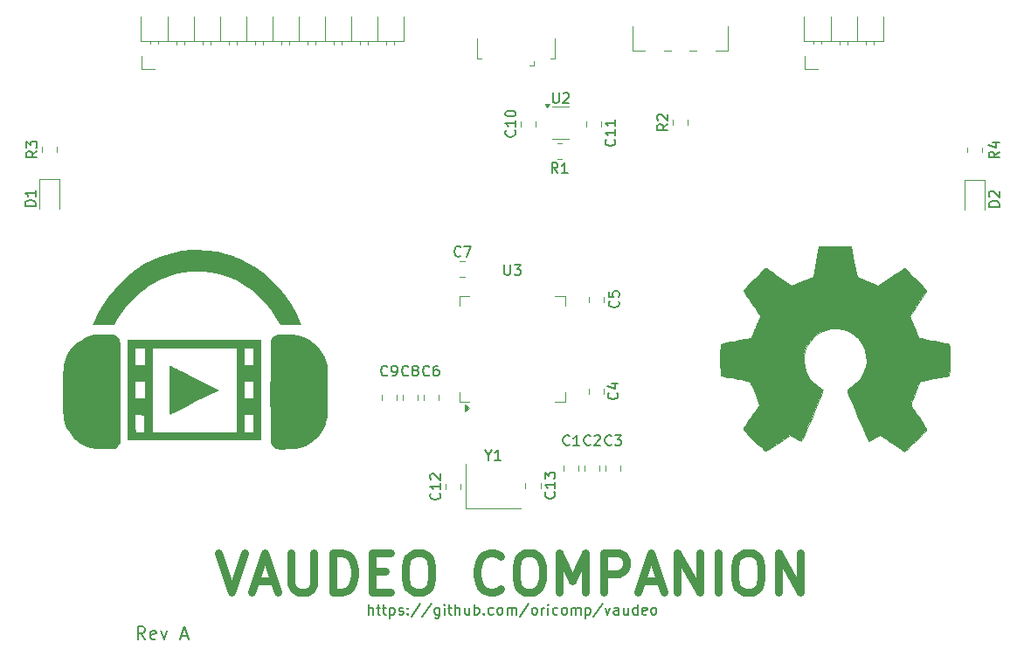
<source format=gbr>
%TF.GenerationSoftware,KiCad,Pcbnew,8.0.7*%
%TF.CreationDate,2025-01-22T16:07:48-05:00*%
%TF.ProjectId,companion,636f6d70-616e-4696-9f6e-2e6b69636164,rev?*%
%TF.SameCoordinates,Original*%
%TF.FileFunction,Legend,Top*%
%TF.FilePolarity,Positive*%
%FSLAX46Y46*%
G04 Gerber Fmt 4.6, Leading zero omitted, Abs format (unit mm)*
G04 Created by KiCad (PCBNEW 8.0.7) date 2025-01-22 16:07:48*
%MOMM*%
%LPD*%
G01*
G04 APERTURE LIST*
%ADD10C,0.762000*%
%ADD11C,0.152400*%
%ADD12C,0.203200*%
%ADD13C,0.150000*%
%ADD14C,0.120000*%
%ADD15C,0.000000*%
%ADD16C,0.010000*%
G04 APERTURE END LIST*
D10*
X122899713Y-94686954D02*
X124169713Y-98496954D01*
X124169713Y-98496954D02*
X125439713Y-94686954D01*
X126528284Y-97408383D02*
X128342570Y-97408383D01*
X126165427Y-98496954D02*
X127435427Y-94686954D01*
X127435427Y-94686954D02*
X128705427Y-98496954D01*
X129975426Y-94686954D02*
X129975426Y-97771240D01*
X129975426Y-97771240D02*
X130156855Y-98134097D01*
X130156855Y-98134097D02*
X130338284Y-98315526D01*
X130338284Y-98315526D02*
X130701141Y-98496954D01*
X130701141Y-98496954D02*
X131426855Y-98496954D01*
X131426855Y-98496954D02*
X131789712Y-98315526D01*
X131789712Y-98315526D02*
X131971141Y-98134097D01*
X131971141Y-98134097D02*
X132152569Y-97771240D01*
X132152569Y-97771240D02*
X132152569Y-94686954D01*
X133966855Y-98496954D02*
X133966855Y-94686954D01*
X133966855Y-94686954D02*
X134873998Y-94686954D01*
X134873998Y-94686954D02*
X135418284Y-94868383D01*
X135418284Y-94868383D02*
X135781141Y-95231240D01*
X135781141Y-95231240D02*
X135962570Y-95594097D01*
X135962570Y-95594097D02*
X136143998Y-96319811D01*
X136143998Y-96319811D02*
X136143998Y-96864097D01*
X136143998Y-96864097D02*
X135962570Y-97589811D01*
X135962570Y-97589811D02*
X135781141Y-97952668D01*
X135781141Y-97952668D02*
X135418284Y-98315526D01*
X135418284Y-98315526D02*
X134873998Y-98496954D01*
X134873998Y-98496954D02*
X133966855Y-98496954D01*
X137776855Y-96501240D02*
X139046855Y-96501240D01*
X139591141Y-98496954D02*
X137776855Y-98496954D01*
X137776855Y-98496954D02*
X137776855Y-94686954D01*
X137776855Y-94686954D02*
X139591141Y-94686954D01*
X141949713Y-94686954D02*
X142675427Y-94686954D01*
X142675427Y-94686954D02*
X143038284Y-94868383D01*
X143038284Y-94868383D02*
X143401141Y-95231240D01*
X143401141Y-95231240D02*
X143582570Y-95956954D01*
X143582570Y-95956954D02*
X143582570Y-97226954D01*
X143582570Y-97226954D02*
X143401141Y-97952668D01*
X143401141Y-97952668D02*
X143038284Y-98315526D01*
X143038284Y-98315526D02*
X142675427Y-98496954D01*
X142675427Y-98496954D02*
X141949713Y-98496954D01*
X141949713Y-98496954D02*
X141586856Y-98315526D01*
X141586856Y-98315526D02*
X141223998Y-97952668D01*
X141223998Y-97952668D02*
X141042570Y-97226954D01*
X141042570Y-97226954D02*
X141042570Y-95956954D01*
X141042570Y-95956954D02*
X141223998Y-95231240D01*
X141223998Y-95231240D02*
X141586856Y-94868383D01*
X141586856Y-94868383D02*
X141949713Y-94686954D01*
X150295427Y-98134097D02*
X150113999Y-98315526D01*
X150113999Y-98315526D02*
X149569713Y-98496954D01*
X149569713Y-98496954D02*
X149206856Y-98496954D01*
X149206856Y-98496954D02*
X148662570Y-98315526D01*
X148662570Y-98315526D02*
X148299713Y-97952668D01*
X148299713Y-97952668D02*
X148118284Y-97589811D01*
X148118284Y-97589811D02*
X147936856Y-96864097D01*
X147936856Y-96864097D02*
X147936856Y-96319811D01*
X147936856Y-96319811D02*
X148118284Y-95594097D01*
X148118284Y-95594097D02*
X148299713Y-95231240D01*
X148299713Y-95231240D02*
X148662570Y-94868383D01*
X148662570Y-94868383D02*
X149206856Y-94686954D01*
X149206856Y-94686954D02*
X149569713Y-94686954D01*
X149569713Y-94686954D02*
X150113999Y-94868383D01*
X150113999Y-94868383D02*
X150295427Y-95049811D01*
X152653999Y-94686954D02*
X153379713Y-94686954D01*
X153379713Y-94686954D02*
X153742570Y-94868383D01*
X153742570Y-94868383D02*
X154105427Y-95231240D01*
X154105427Y-95231240D02*
X154286856Y-95956954D01*
X154286856Y-95956954D02*
X154286856Y-97226954D01*
X154286856Y-97226954D02*
X154105427Y-97952668D01*
X154105427Y-97952668D02*
X153742570Y-98315526D01*
X153742570Y-98315526D02*
X153379713Y-98496954D01*
X153379713Y-98496954D02*
X152653999Y-98496954D01*
X152653999Y-98496954D02*
X152291142Y-98315526D01*
X152291142Y-98315526D02*
X151928284Y-97952668D01*
X151928284Y-97952668D02*
X151746856Y-97226954D01*
X151746856Y-97226954D02*
X151746856Y-95956954D01*
X151746856Y-95956954D02*
X151928284Y-95231240D01*
X151928284Y-95231240D02*
X152291142Y-94868383D01*
X152291142Y-94868383D02*
X152653999Y-94686954D01*
X155919713Y-98496954D02*
X155919713Y-94686954D01*
X155919713Y-94686954D02*
X157189713Y-97408383D01*
X157189713Y-97408383D02*
X158459713Y-94686954D01*
X158459713Y-94686954D02*
X158459713Y-98496954D01*
X160273999Y-98496954D02*
X160273999Y-94686954D01*
X160273999Y-94686954D02*
X161725428Y-94686954D01*
X161725428Y-94686954D02*
X162088285Y-94868383D01*
X162088285Y-94868383D02*
X162269714Y-95049811D01*
X162269714Y-95049811D02*
X162451142Y-95412668D01*
X162451142Y-95412668D02*
X162451142Y-95956954D01*
X162451142Y-95956954D02*
X162269714Y-96319811D01*
X162269714Y-96319811D02*
X162088285Y-96501240D01*
X162088285Y-96501240D02*
X161725428Y-96682668D01*
X161725428Y-96682668D02*
X160273999Y-96682668D01*
X163902571Y-97408383D02*
X165716857Y-97408383D01*
X163539714Y-98496954D02*
X164809714Y-94686954D01*
X164809714Y-94686954D02*
X166079714Y-98496954D01*
X167349713Y-98496954D02*
X167349713Y-94686954D01*
X167349713Y-94686954D02*
X169526856Y-98496954D01*
X169526856Y-98496954D02*
X169526856Y-94686954D01*
X171341142Y-98496954D02*
X171341142Y-94686954D01*
X173881143Y-94686954D02*
X174606857Y-94686954D01*
X174606857Y-94686954D02*
X174969714Y-94868383D01*
X174969714Y-94868383D02*
X175332571Y-95231240D01*
X175332571Y-95231240D02*
X175514000Y-95956954D01*
X175514000Y-95956954D02*
X175514000Y-97226954D01*
X175514000Y-97226954D02*
X175332571Y-97952668D01*
X175332571Y-97952668D02*
X174969714Y-98315526D01*
X174969714Y-98315526D02*
X174606857Y-98496954D01*
X174606857Y-98496954D02*
X173881143Y-98496954D01*
X173881143Y-98496954D02*
X173518286Y-98315526D01*
X173518286Y-98315526D02*
X173155428Y-97952668D01*
X173155428Y-97952668D02*
X172974000Y-97226954D01*
X172974000Y-97226954D02*
X172974000Y-95956954D01*
X172974000Y-95956954D02*
X173155428Y-95231240D01*
X173155428Y-95231240D02*
X173518286Y-94868383D01*
X173518286Y-94868383D02*
X173881143Y-94686954D01*
X177146857Y-98496954D02*
X177146857Y-94686954D01*
X177146857Y-94686954D02*
X179324000Y-98496954D01*
X179324000Y-98496954D02*
X179324000Y-94686954D01*
D11*
X137450286Y-100665095D02*
X137450286Y-99649095D01*
X137885715Y-100665095D02*
X137885715Y-100132905D01*
X137885715Y-100132905D02*
X137837334Y-100036143D01*
X137837334Y-100036143D02*
X137740572Y-99987762D01*
X137740572Y-99987762D02*
X137595429Y-99987762D01*
X137595429Y-99987762D02*
X137498667Y-100036143D01*
X137498667Y-100036143D02*
X137450286Y-100084524D01*
X138224381Y-99987762D02*
X138611429Y-99987762D01*
X138369524Y-99649095D02*
X138369524Y-100519953D01*
X138369524Y-100519953D02*
X138417905Y-100616715D01*
X138417905Y-100616715D02*
X138514667Y-100665095D01*
X138514667Y-100665095D02*
X138611429Y-100665095D01*
X138804952Y-99987762D02*
X139192000Y-99987762D01*
X138950095Y-99649095D02*
X138950095Y-100519953D01*
X138950095Y-100519953D02*
X138998476Y-100616715D01*
X138998476Y-100616715D02*
X139095238Y-100665095D01*
X139095238Y-100665095D02*
X139192000Y-100665095D01*
X139530666Y-99987762D02*
X139530666Y-101003762D01*
X139530666Y-100036143D02*
X139627428Y-99987762D01*
X139627428Y-99987762D02*
X139820952Y-99987762D01*
X139820952Y-99987762D02*
X139917714Y-100036143D01*
X139917714Y-100036143D02*
X139966095Y-100084524D01*
X139966095Y-100084524D02*
X140014476Y-100181286D01*
X140014476Y-100181286D02*
X140014476Y-100471572D01*
X140014476Y-100471572D02*
X139966095Y-100568334D01*
X139966095Y-100568334D02*
X139917714Y-100616715D01*
X139917714Y-100616715D02*
X139820952Y-100665095D01*
X139820952Y-100665095D02*
X139627428Y-100665095D01*
X139627428Y-100665095D02*
X139530666Y-100616715D01*
X140401523Y-100616715D02*
X140498285Y-100665095D01*
X140498285Y-100665095D02*
X140691809Y-100665095D01*
X140691809Y-100665095D02*
X140788571Y-100616715D01*
X140788571Y-100616715D02*
X140836952Y-100519953D01*
X140836952Y-100519953D02*
X140836952Y-100471572D01*
X140836952Y-100471572D02*
X140788571Y-100374810D01*
X140788571Y-100374810D02*
X140691809Y-100326429D01*
X140691809Y-100326429D02*
X140546666Y-100326429D01*
X140546666Y-100326429D02*
X140449904Y-100278048D01*
X140449904Y-100278048D02*
X140401523Y-100181286D01*
X140401523Y-100181286D02*
X140401523Y-100132905D01*
X140401523Y-100132905D02*
X140449904Y-100036143D01*
X140449904Y-100036143D02*
X140546666Y-99987762D01*
X140546666Y-99987762D02*
X140691809Y-99987762D01*
X140691809Y-99987762D02*
X140788571Y-100036143D01*
X141272380Y-100568334D02*
X141320761Y-100616715D01*
X141320761Y-100616715D02*
X141272380Y-100665095D01*
X141272380Y-100665095D02*
X141223999Y-100616715D01*
X141223999Y-100616715D02*
X141272380Y-100568334D01*
X141272380Y-100568334D02*
X141272380Y-100665095D01*
X141272380Y-100036143D02*
X141320761Y-100084524D01*
X141320761Y-100084524D02*
X141272380Y-100132905D01*
X141272380Y-100132905D02*
X141223999Y-100084524D01*
X141223999Y-100084524D02*
X141272380Y-100036143D01*
X141272380Y-100036143D02*
X141272380Y-100132905D01*
X142481905Y-99600715D02*
X141611047Y-100907000D01*
X143546286Y-99600715D02*
X142675428Y-100907000D01*
X144320381Y-99987762D02*
X144320381Y-100810238D01*
X144320381Y-100810238D02*
X144272000Y-100907000D01*
X144272000Y-100907000D02*
X144223619Y-100955381D01*
X144223619Y-100955381D02*
X144126857Y-101003762D01*
X144126857Y-101003762D02*
X143981714Y-101003762D01*
X143981714Y-101003762D02*
X143884952Y-100955381D01*
X144320381Y-100616715D02*
X144223619Y-100665095D01*
X144223619Y-100665095D02*
X144030095Y-100665095D01*
X144030095Y-100665095D02*
X143933333Y-100616715D01*
X143933333Y-100616715D02*
X143884952Y-100568334D01*
X143884952Y-100568334D02*
X143836571Y-100471572D01*
X143836571Y-100471572D02*
X143836571Y-100181286D01*
X143836571Y-100181286D02*
X143884952Y-100084524D01*
X143884952Y-100084524D02*
X143933333Y-100036143D01*
X143933333Y-100036143D02*
X144030095Y-99987762D01*
X144030095Y-99987762D02*
X144223619Y-99987762D01*
X144223619Y-99987762D02*
X144320381Y-100036143D01*
X144804190Y-100665095D02*
X144804190Y-99987762D01*
X144804190Y-99649095D02*
X144755809Y-99697476D01*
X144755809Y-99697476D02*
X144804190Y-99745857D01*
X144804190Y-99745857D02*
X144852571Y-99697476D01*
X144852571Y-99697476D02*
X144804190Y-99649095D01*
X144804190Y-99649095D02*
X144804190Y-99745857D01*
X145142857Y-99987762D02*
X145529905Y-99987762D01*
X145288000Y-99649095D02*
X145288000Y-100519953D01*
X145288000Y-100519953D02*
X145336381Y-100616715D01*
X145336381Y-100616715D02*
X145433143Y-100665095D01*
X145433143Y-100665095D02*
X145529905Y-100665095D01*
X145868571Y-100665095D02*
X145868571Y-99649095D01*
X146304000Y-100665095D02*
X146304000Y-100132905D01*
X146304000Y-100132905D02*
X146255619Y-100036143D01*
X146255619Y-100036143D02*
X146158857Y-99987762D01*
X146158857Y-99987762D02*
X146013714Y-99987762D01*
X146013714Y-99987762D02*
X145916952Y-100036143D01*
X145916952Y-100036143D02*
X145868571Y-100084524D01*
X147223238Y-99987762D02*
X147223238Y-100665095D01*
X146787809Y-99987762D02*
X146787809Y-100519953D01*
X146787809Y-100519953D02*
X146836190Y-100616715D01*
X146836190Y-100616715D02*
X146932952Y-100665095D01*
X146932952Y-100665095D02*
X147078095Y-100665095D01*
X147078095Y-100665095D02*
X147174857Y-100616715D01*
X147174857Y-100616715D02*
X147223238Y-100568334D01*
X147707047Y-100665095D02*
X147707047Y-99649095D01*
X147707047Y-100036143D02*
X147803809Y-99987762D01*
X147803809Y-99987762D02*
X147997333Y-99987762D01*
X147997333Y-99987762D02*
X148094095Y-100036143D01*
X148094095Y-100036143D02*
X148142476Y-100084524D01*
X148142476Y-100084524D02*
X148190857Y-100181286D01*
X148190857Y-100181286D02*
X148190857Y-100471572D01*
X148190857Y-100471572D02*
X148142476Y-100568334D01*
X148142476Y-100568334D02*
X148094095Y-100616715D01*
X148094095Y-100616715D02*
X147997333Y-100665095D01*
X147997333Y-100665095D02*
X147803809Y-100665095D01*
X147803809Y-100665095D02*
X147707047Y-100616715D01*
X148626285Y-100568334D02*
X148674666Y-100616715D01*
X148674666Y-100616715D02*
X148626285Y-100665095D01*
X148626285Y-100665095D02*
X148577904Y-100616715D01*
X148577904Y-100616715D02*
X148626285Y-100568334D01*
X148626285Y-100568334D02*
X148626285Y-100665095D01*
X149545524Y-100616715D02*
X149448762Y-100665095D01*
X149448762Y-100665095D02*
X149255238Y-100665095D01*
X149255238Y-100665095D02*
X149158476Y-100616715D01*
X149158476Y-100616715D02*
X149110095Y-100568334D01*
X149110095Y-100568334D02*
X149061714Y-100471572D01*
X149061714Y-100471572D02*
X149061714Y-100181286D01*
X149061714Y-100181286D02*
X149110095Y-100084524D01*
X149110095Y-100084524D02*
X149158476Y-100036143D01*
X149158476Y-100036143D02*
X149255238Y-99987762D01*
X149255238Y-99987762D02*
X149448762Y-99987762D01*
X149448762Y-99987762D02*
X149545524Y-100036143D01*
X150126095Y-100665095D02*
X150029333Y-100616715D01*
X150029333Y-100616715D02*
X149980952Y-100568334D01*
X149980952Y-100568334D02*
X149932571Y-100471572D01*
X149932571Y-100471572D02*
X149932571Y-100181286D01*
X149932571Y-100181286D02*
X149980952Y-100084524D01*
X149980952Y-100084524D02*
X150029333Y-100036143D01*
X150029333Y-100036143D02*
X150126095Y-99987762D01*
X150126095Y-99987762D02*
X150271238Y-99987762D01*
X150271238Y-99987762D02*
X150368000Y-100036143D01*
X150368000Y-100036143D02*
X150416381Y-100084524D01*
X150416381Y-100084524D02*
X150464762Y-100181286D01*
X150464762Y-100181286D02*
X150464762Y-100471572D01*
X150464762Y-100471572D02*
X150416381Y-100568334D01*
X150416381Y-100568334D02*
X150368000Y-100616715D01*
X150368000Y-100616715D02*
X150271238Y-100665095D01*
X150271238Y-100665095D02*
X150126095Y-100665095D01*
X150900190Y-100665095D02*
X150900190Y-99987762D01*
X150900190Y-100084524D02*
X150948571Y-100036143D01*
X150948571Y-100036143D02*
X151045333Y-99987762D01*
X151045333Y-99987762D02*
X151190476Y-99987762D01*
X151190476Y-99987762D02*
X151287238Y-100036143D01*
X151287238Y-100036143D02*
X151335619Y-100132905D01*
X151335619Y-100132905D02*
X151335619Y-100665095D01*
X151335619Y-100132905D02*
X151384000Y-100036143D01*
X151384000Y-100036143D02*
X151480762Y-99987762D01*
X151480762Y-99987762D02*
X151625905Y-99987762D01*
X151625905Y-99987762D02*
X151722666Y-100036143D01*
X151722666Y-100036143D02*
X151771047Y-100132905D01*
X151771047Y-100132905D02*
X151771047Y-100665095D01*
X152980572Y-99600715D02*
X152109714Y-100907000D01*
X153464381Y-100665095D02*
X153367619Y-100616715D01*
X153367619Y-100616715D02*
X153319238Y-100568334D01*
X153319238Y-100568334D02*
X153270857Y-100471572D01*
X153270857Y-100471572D02*
X153270857Y-100181286D01*
X153270857Y-100181286D02*
X153319238Y-100084524D01*
X153319238Y-100084524D02*
X153367619Y-100036143D01*
X153367619Y-100036143D02*
X153464381Y-99987762D01*
X153464381Y-99987762D02*
X153609524Y-99987762D01*
X153609524Y-99987762D02*
X153706286Y-100036143D01*
X153706286Y-100036143D02*
X153754667Y-100084524D01*
X153754667Y-100084524D02*
X153803048Y-100181286D01*
X153803048Y-100181286D02*
X153803048Y-100471572D01*
X153803048Y-100471572D02*
X153754667Y-100568334D01*
X153754667Y-100568334D02*
X153706286Y-100616715D01*
X153706286Y-100616715D02*
X153609524Y-100665095D01*
X153609524Y-100665095D02*
X153464381Y-100665095D01*
X154238476Y-100665095D02*
X154238476Y-99987762D01*
X154238476Y-100181286D02*
X154286857Y-100084524D01*
X154286857Y-100084524D02*
X154335238Y-100036143D01*
X154335238Y-100036143D02*
X154432000Y-99987762D01*
X154432000Y-99987762D02*
X154528762Y-99987762D01*
X154867428Y-100665095D02*
X154867428Y-99987762D01*
X154867428Y-99649095D02*
X154819047Y-99697476D01*
X154819047Y-99697476D02*
X154867428Y-99745857D01*
X154867428Y-99745857D02*
X154915809Y-99697476D01*
X154915809Y-99697476D02*
X154867428Y-99649095D01*
X154867428Y-99649095D02*
X154867428Y-99745857D01*
X155786667Y-100616715D02*
X155689905Y-100665095D01*
X155689905Y-100665095D02*
X155496381Y-100665095D01*
X155496381Y-100665095D02*
X155399619Y-100616715D01*
X155399619Y-100616715D02*
X155351238Y-100568334D01*
X155351238Y-100568334D02*
X155302857Y-100471572D01*
X155302857Y-100471572D02*
X155302857Y-100181286D01*
X155302857Y-100181286D02*
X155351238Y-100084524D01*
X155351238Y-100084524D02*
X155399619Y-100036143D01*
X155399619Y-100036143D02*
X155496381Y-99987762D01*
X155496381Y-99987762D02*
X155689905Y-99987762D01*
X155689905Y-99987762D02*
X155786667Y-100036143D01*
X156367238Y-100665095D02*
X156270476Y-100616715D01*
X156270476Y-100616715D02*
X156222095Y-100568334D01*
X156222095Y-100568334D02*
X156173714Y-100471572D01*
X156173714Y-100471572D02*
X156173714Y-100181286D01*
X156173714Y-100181286D02*
X156222095Y-100084524D01*
X156222095Y-100084524D02*
X156270476Y-100036143D01*
X156270476Y-100036143D02*
X156367238Y-99987762D01*
X156367238Y-99987762D02*
X156512381Y-99987762D01*
X156512381Y-99987762D02*
X156609143Y-100036143D01*
X156609143Y-100036143D02*
X156657524Y-100084524D01*
X156657524Y-100084524D02*
X156705905Y-100181286D01*
X156705905Y-100181286D02*
X156705905Y-100471572D01*
X156705905Y-100471572D02*
X156657524Y-100568334D01*
X156657524Y-100568334D02*
X156609143Y-100616715D01*
X156609143Y-100616715D02*
X156512381Y-100665095D01*
X156512381Y-100665095D02*
X156367238Y-100665095D01*
X157141333Y-100665095D02*
X157141333Y-99987762D01*
X157141333Y-100084524D02*
X157189714Y-100036143D01*
X157189714Y-100036143D02*
X157286476Y-99987762D01*
X157286476Y-99987762D02*
X157431619Y-99987762D01*
X157431619Y-99987762D02*
X157528381Y-100036143D01*
X157528381Y-100036143D02*
X157576762Y-100132905D01*
X157576762Y-100132905D02*
X157576762Y-100665095D01*
X157576762Y-100132905D02*
X157625143Y-100036143D01*
X157625143Y-100036143D02*
X157721905Y-99987762D01*
X157721905Y-99987762D02*
X157867048Y-99987762D01*
X157867048Y-99987762D02*
X157963809Y-100036143D01*
X157963809Y-100036143D02*
X158012190Y-100132905D01*
X158012190Y-100132905D02*
X158012190Y-100665095D01*
X158496000Y-99987762D02*
X158496000Y-101003762D01*
X158496000Y-100036143D02*
X158592762Y-99987762D01*
X158592762Y-99987762D02*
X158786286Y-99987762D01*
X158786286Y-99987762D02*
X158883048Y-100036143D01*
X158883048Y-100036143D02*
X158931429Y-100084524D01*
X158931429Y-100084524D02*
X158979810Y-100181286D01*
X158979810Y-100181286D02*
X158979810Y-100471572D01*
X158979810Y-100471572D02*
X158931429Y-100568334D01*
X158931429Y-100568334D02*
X158883048Y-100616715D01*
X158883048Y-100616715D02*
X158786286Y-100665095D01*
X158786286Y-100665095D02*
X158592762Y-100665095D01*
X158592762Y-100665095D02*
X158496000Y-100616715D01*
X160140953Y-99600715D02*
X159270095Y-100907000D01*
X160382857Y-99987762D02*
X160624762Y-100665095D01*
X160624762Y-100665095D02*
X160866667Y-99987762D01*
X161689143Y-100665095D02*
X161689143Y-100132905D01*
X161689143Y-100132905D02*
X161640762Y-100036143D01*
X161640762Y-100036143D02*
X161544000Y-99987762D01*
X161544000Y-99987762D02*
X161350476Y-99987762D01*
X161350476Y-99987762D02*
X161253714Y-100036143D01*
X161689143Y-100616715D02*
X161592381Y-100665095D01*
X161592381Y-100665095D02*
X161350476Y-100665095D01*
X161350476Y-100665095D02*
X161253714Y-100616715D01*
X161253714Y-100616715D02*
X161205333Y-100519953D01*
X161205333Y-100519953D02*
X161205333Y-100423191D01*
X161205333Y-100423191D02*
X161253714Y-100326429D01*
X161253714Y-100326429D02*
X161350476Y-100278048D01*
X161350476Y-100278048D02*
X161592381Y-100278048D01*
X161592381Y-100278048D02*
X161689143Y-100229667D01*
X162608381Y-99987762D02*
X162608381Y-100665095D01*
X162172952Y-99987762D02*
X162172952Y-100519953D01*
X162172952Y-100519953D02*
X162221333Y-100616715D01*
X162221333Y-100616715D02*
X162318095Y-100665095D01*
X162318095Y-100665095D02*
X162463238Y-100665095D01*
X162463238Y-100665095D02*
X162560000Y-100616715D01*
X162560000Y-100616715D02*
X162608381Y-100568334D01*
X163527619Y-100665095D02*
X163527619Y-99649095D01*
X163527619Y-100616715D02*
X163430857Y-100665095D01*
X163430857Y-100665095D02*
X163237333Y-100665095D01*
X163237333Y-100665095D02*
X163140571Y-100616715D01*
X163140571Y-100616715D02*
X163092190Y-100568334D01*
X163092190Y-100568334D02*
X163043809Y-100471572D01*
X163043809Y-100471572D02*
X163043809Y-100181286D01*
X163043809Y-100181286D02*
X163092190Y-100084524D01*
X163092190Y-100084524D02*
X163140571Y-100036143D01*
X163140571Y-100036143D02*
X163237333Y-99987762D01*
X163237333Y-99987762D02*
X163430857Y-99987762D01*
X163430857Y-99987762D02*
X163527619Y-100036143D01*
X164398476Y-100616715D02*
X164301714Y-100665095D01*
X164301714Y-100665095D02*
X164108190Y-100665095D01*
X164108190Y-100665095D02*
X164011428Y-100616715D01*
X164011428Y-100616715D02*
X163963047Y-100519953D01*
X163963047Y-100519953D02*
X163963047Y-100132905D01*
X163963047Y-100132905D02*
X164011428Y-100036143D01*
X164011428Y-100036143D02*
X164108190Y-99987762D01*
X164108190Y-99987762D02*
X164301714Y-99987762D01*
X164301714Y-99987762D02*
X164398476Y-100036143D01*
X164398476Y-100036143D02*
X164446857Y-100132905D01*
X164446857Y-100132905D02*
X164446857Y-100229667D01*
X164446857Y-100229667D02*
X163963047Y-100326429D01*
X165027428Y-100665095D02*
X164930666Y-100616715D01*
X164930666Y-100616715D02*
X164882285Y-100568334D01*
X164882285Y-100568334D02*
X164833904Y-100471572D01*
X164833904Y-100471572D02*
X164833904Y-100181286D01*
X164833904Y-100181286D02*
X164882285Y-100084524D01*
X164882285Y-100084524D02*
X164930666Y-100036143D01*
X164930666Y-100036143D02*
X165027428Y-99987762D01*
X165027428Y-99987762D02*
X165172571Y-99987762D01*
X165172571Y-99987762D02*
X165269333Y-100036143D01*
X165269333Y-100036143D02*
X165317714Y-100084524D01*
X165317714Y-100084524D02*
X165366095Y-100181286D01*
X165366095Y-100181286D02*
X165366095Y-100471572D01*
X165366095Y-100471572D02*
X165317714Y-100568334D01*
X165317714Y-100568334D02*
X165269333Y-100616715D01*
X165269333Y-100616715D02*
X165172571Y-100665095D01*
X165172571Y-100665095D02*
X165027428Y-100665095D01*
D12*
X115811905Y-103065959D02*
X115388571Y-102461197D01*
X115086190Y-103065959D02*
X115086190Y-101795959D01*
X115086190Y-101795959D02*
X115570000Y-101795959D01*
X115570000Y-101795959D02*
X115690952Y-101856435D01*
X115690952Y-101856435D02*
X115751429Y-101916911D01*
X115751429Y-101916911D02*
X115811905Y-102037863D01*
X115811905Y-102037863D02*
X115811905Y-102219292D01*
X115811905Y-102219292D02*
X115751429Y-102340244D01*
X115751429Y-102340244D02*
X115690952Y-102400721D01*
X115690952Y-102400721D02*
X115570000Y-102461197D01*
X115570000Y-102461197D02*
X115086190Y-102461197D01*
X116840000Y-103005483D02*
X116719048Y-103065959D01*
X116719048Y-103065959D02*
X116477143Y-103065959D01*
X116477143Y-103065959D02*
X116356190Y-103005483D01*
X116356190Y-103005483D02*
X116295714Y-102884530D01*
X116295714Y-102884530D02*
X116295714Y-102400721D01*
X116295714Y-102400721D02*
X116356190Y-102279768D01*
X116356190Y-102279768D02*
X116477143Y-102219292D01*
X116477143Y-102219292D02*
X116719048Y-102219292D01*
X116719048Y-102219292D02*
X116840000Y-102279768D01*
X116840000Y-102279768D02*
X116900476Y-102400721D01*
X116900476Y-102400721D02*
X116900476Y-102521673D01*
X116900476Y-102521673D02*
X116295714Y-102642625D01*
X117323809Y-102219292D02*
X117626190Y-103065959D01*
X117626190Y-103065959D02*
X117928571Y-102219292D01*
X119319523Y-102703102D02*
X119924285Y-102703102D01*
X119198571Y-103065959D02*
X119621904Y-101795959D01*
X119621904Y-101795959D02*
X120045238Y-103065959D01*
D13*
X161297580Y-54617857D02*
X161345200Y-54665476D01*
X161345200Y-54665476D02*
X161392819Y-54808333D01*
X161392819Y-54808333D02*
X161392819Y-54903571D01*
X161392819Y-54903571D02*
X161345200Y-55046428D01*
X161345200Y-55046428D02*
X161249961Y-55141666D01*
X161249961Y-55141666D02*
X161154723Y-55189285D01*
X161154723Y-55189285D02*
X160964247Y-55236904D01*
X160964247Y-55236904D02*
X160821390Y-55236904D01*
X160821390Y-55236904D02*
X160630914Y-55189285D01*
X160630914Y-55189285D02*
X160535676Y-55141666D01*
X160535676Y-55141666D02*
X160440438Y-55046428D01*
X160440438Y-55046428D02*
X160392819Y-54903571D01*
X160392819Y-54903571D02*
X160392819Y-54808333D01*
X160392819Y-54808333D02*
X160440438Y-54665476D01*
X160440438Y-54665476D02*
X160488057Y-54617857D01*
X161392819Y-53665476D02*
X161392819Y-54236904D01*
X161392819Y-53951190D02*
X160392819Y-53951190D01*
X160392819Y-53951190D02*
X160535676Y-54046428D01*
X160535676Y-54046428D02*
X160630914Y-54141666D01*
X160630914Y-54141666D02*
X160678533Y-54236904D01*
X161392819Y-52713095D02*
X161392819Y-53284523D01*
X161392819Y-52998809D02*
X160392819Y-52998809D01*
X160392819Y-52998809D02*
X160535676Y-53094047D01*
X160535676Y-53094047D02*
X160630914Y-53189285D01*
X160630914Y-53189285D02*
X160678533Y-53284523D01*
X150622095Y-66764819D02*
X150622095Y-67574342D01*
X150622095Y-67574342D02*
X150669714Y-67669580D01*
X150669714Y-67669580D02*
X150717333Y-67717200D01*
X150717333Y-67717200D02*
X150812571Y-67764819D01*
X150812571Y-67764819D02*
X151003047Y-67764819D01*
X151003047Y-67764819D02*
X151098285Y-67717200D01*
X151098285Y-67717200D02*
X151145904Y-67669580D01*
X151145904Y-67669580D02*
X151193523Y-67574342D01*
X151193523Y-67574342D02*
X151193523Y-66764819D01*
X151574476Y-66764819D02*
X152193523Y-66764819D01*
X152193523Y-66764819D02*
X151860190Y-67145771D01*
X151860190Y-67145771D02*
X152003047Y-67145771D01*
X152003047Y-67145771D02*
X152098285Y-67193390D01*
X152098285Y-67193390D02*
X152145904Y-67241009D01*
X152145904Y-67241009D02*
X152193523Y-67336247D01*
X152193523Y-67336247D02*
X152193523Y-67574342D01*
X152193523Y-67574342D02*
X152145904Y-67669580D01*
X152145904Y-67669580D02*
X152098285Y-67717200D01*
X152098285Y-67717200D02*
X152003047Y-67764819D01*
X152003047Y-67764819D02*
X151717333Y-67764819D01*
X151717333Y-67764819D02*
X151622095Y-67717200D01*
X151622095Y-67717200D02*
X151574476Y-67669580D01*
X156932333Y-84179580D02*
X156884714Y-84227200D01*
X156884714Y-84227200D02*
X156741857Y-84274819D01*
X156741857Y-84274819D02*
X156646619Y-84274819D01*
X156646619Y-84274819D02*
X156503762Y-84227200D01*
X156503762Y-84227200D02*
X156408524Y-84131961D01*
X156408524Y-84131961D02*
X156360905Y-84036723D01*
X156360905Y-84036723D02*
X156313286Y-83846247D01*
X156313286Y-83846247D02*
X156313286Y-83703390D01*
X156313286Y-83703390D02*
X156360905Y-83512914D01*
X156360905Y-83512914D02*
X156408524Y-83417676D01*
X156408524Y-83417676D02*
X156503762Y-83322438D01*
X156503762Y-83322438D02*
X156646619Y-83274819D01*
X156646619Y-83274819D02*
X156741857Y-83274819D01*
X156741857Y-83274819D02*
X156884714Y-83322438D01*
X156884714Y-83322438D02*
X156932333Y-83370057D01*
X157884714Y-84274819D02*
X157313286Y-84274819D01*
X157599000Y-84274819D02*
X157599000Y-83274819D01*
X157599000Y-83274819D02*
X157503762Y-83417676D01*
X157503762Y-83417676D02*
X157408524Y-83512914D01*
X157408524Y-83512914D02*
X157313286Y-83560533D01*
X139279333Y-77448580D02*
X139231714Y-77496200D01*
X139231714Y-77496200D02*
X139088857Y-77543819D01*
X139088857Y-77543819D02*
X138993619Y-77543819D01*
X138993619Y-77543819D02*
X138850762Y-77496200D01*
X138850762Y-77496200D02*
X138755524Y-77400961D01*
X138755524Y-77400961D02*
X138707905Y-77305723D01*
X138707905Y-77305723D02*
X138660286Y-77115247D01*
X138660286Y-77115247D02*
X138660286Y-76972390D01*
X138660286Y-76972390D02*
X138707905Y-76781914D01*
X138707905Y-76781914D02*
X138755524Y-76686676D01*
X138755524Y-76686676D02*
X138850762Y-76591438D01*
X138850762Y-76591438D02*
X138993619Y-76543819D01*
X138993619Y-76543819D02*
X139088857Y-76543819D01*
X139088857Y-76543819D02*
X139231714Y-76591438D01*
X139231714Y-76591438D02*
X139279333Y-76639057D01*
X139755524Y-77543819D02*
X139946000Y-77543819D01*
X139946000Y-77543819D02*
X140041238Y-77496200D01*
X140041238Y-77496200D02*
X140088857Y-77448580D01*
X140088857Y-77448580D02*
X140184095Y-77305723D01*
X140184095Y-77305723D02*
X140231714Y-77115247D01*
X140231714Y-77115247D02*
X140231714Y-76734295D01*
X140231714Y-76734295D02*
X140184095Y-76639057D01*
X140184095Y-76639057D02*
X140136476Y-76591438D01*
X140136476Y-76591438D02*
X140041238Y-76543819D01*
X140041238Y-76543819D02*
X139850762Y-76543819D01*
X139850762Y-76543819D02*
X139755524Y-76591438D01*
X139755524Y-76591438D02*
X139707905Y-76639057D01*
X139707905Y-76639057D02*
X139660286Y-76734295D01*
X139660286Y-76734295D02*
X139660286Y-76972390D01*
X139660286Y-76972390D02*
X139707905Y-77067628D01*
X139707905Y-77067628D02*
X139755524Y-77115247D01*
X139755524Y-77115247D02*
X139850762Y-77162866D01*
X139850762Y-77162866D02*
X140041238Y-77162866D01*
X140041238Y-77162866D02*
X140136476Y-77115247D01*
X140136476Y-77115247D02*
X140184095Y-77067628D01*
X140184095Y-77067628D02*
X140231714Y-76972390D01*
X160996333Y-84179580D02*
X160948714Y-84227200D01*
X160948714Y-84227200D02*
X160805857Y-84274819D01*
X160805857Y-84274819D02*
X160710619Y-84274819D01*
X160710619Y-84274819D02*
X160567762Y-84227200D01*
X160567762Y-84227200D02*
X160472524Y-84131961D01*
X160472524Y-84131961D02*
X160424905Y-84036723D01*
X160424905Y-84036723D02*
X160377286Y-83846247D01*
X160377286Y-83846247D02*
X160377286Y-83703390D01*
X160377286Y-83703390D02*
X160424905Y-83512914D01*
X160424905Y-83512914D02*
X160472524Y-83417676D01*
X160472524Y-83417676D02*
X160567762Y-83322438D01*
X160567762Y-83322438D02*
X160710619Y-83274819D01*
X160710619Y-83274819D02*
X160805857Y-83274819D01*
X160805857Y-83274819D02*
X160948714Y-83322438D01*
X160948714Y-83322438D02*
X160996333Y-83370057D01*
X161329667Y-83274819D02*
X161948714Y-83274819D01*
X161948714Y-83274819D02*
X161615381Y-83655771D01*
X161615381Y-83655771D02*
X161758238Y-83655771D01*
X161758238Y-83655771D02*
X161853476Y-83703390D01*
X161853476Y-83703390D02*
X161901095Y-83751009D01*
X161901095Y-83751009D02*
X161948714Y-83846247D01*
X161948714Y-83846247D02*
X161948714Y-84084342D01*
X161948714Y-84084342D02*
X161901095Y-84179580D01*
X161901095Y-84179580D02*
X161853476Y-84227200D01*
X161853476Y-84227200D02*
X161758238Y-84274819D01*
X161758238Y-84274819D02*
X161472524Y-84274819D01*
X161472524Y-84274819D02*
X161377286Y-84227200D01*
X161377286Y-84227200D02*
X161329667Y-84179580D01*
X198574819Y-55792666D02*
X198098628Y-56125999D01*
X198574819Y-56364094D02*
X197574819Y-56364094D01*
X197574819Y-56364094D02*
X197574819Y-55983142D01*
X197574819Y-55983142D02*
X197622438Y-55887904D01*
X197622438Y-55887904D02*
X197670057Y-55840285D01*
X197670057Y-55840285D02*
X197765295Y-55792666D01*
X197765295Y-55792666D02*
X197908152Y-55792666D01*
X197908152Y-55792666D02*
X198003390Y-55840285D01*
X198003390Y-55840285D02*
X198051009Y-55887904D01*
X198051009Y-55887904D02*
X198098628Y-55983142D01*
X198098628Y-55983142D02*
X198098628Y-56364094D01*
X197908152Y-54935523D02*
X198574819Y-54935523D01*
X197527200Y-55173618D02*
X198241485Y-55411713D01*
X198241485Y-55411713D02*
X198241485Y-54792666D01*
X151616580Y-53728857D02*
X151664200Y-53776476D01*
X151664200Y-53776476D02*
X151711819Y-53919333D01*
X151711819Y-53919333D02*
X151711819Y-54014571D01*
X151711819Y-54014571D02*
X151664200Y-54157428D01*
X151664200Y-54157428D02*
X151568961Y-54252666D01*
X151568961Y-54252666D02*
X151473723Y-54300285D01*
X151473723Y-54300285D02*
X151283247Y-54347904D01*
X151283247Y-54347904D02*
X151140390Y-54347904D01*
X151140390Y-54347904D02*
X150949914Y-54300285D01*
X150949914Y-54300285D02*
X150854676Y-54252666D01*
X150854676Y-54252666D02*
X150759438Y-54157428D01*
X150759438Y-54157428D02*
X150711819Y-54014571D01*
X150711819Y-54014571D02*
X150711819Y-53919333D01*
X150711819Y-53919333D02*
X150759438Y-53776476D01*
X150759438Y-53776476D02*
X150807057Y-53728857D01*
X151711819Y-52776476D02*
X151711819Y-53347904D01*
X151711819Y-53062190D02*
X150711819Y-53062190D01*
X150711819Y-53062190D02*
X150854676Y-53157428D01*
X150854676Y-53157428D02*
X150949914Y-53252666D01*
X150949914Y-53252666D02*
X150997533Y-53347904D01*
X150711819Y-52157428D02*
X150711819Y-52062190D01*
X150711819Y-52062190D02*
X150759438Y-51966952D01*
X150759438Y-51966952D02*
X150807057Y-51919333D01*
X150807057Y-51919333D02*
X150902295Y-51871714D01*
X150902295Y-51871714D02*
X151092771Y-51824095D01*
X151092771Y-51824095D02*
X151330866Y-51824095D01*
X151330866Y-51824095D02*
X151521342Y-51871714D01*
X151521342Y-51871714D02*
X151616580Y-51919333D01*
X151616580Y-51919333D02*
X151664200Y-51966952D01*
X151664200Y-51966952D02*
X151711819Y-52062190D01*
X151711819Y-52062190D02*
X151711819Y-52157428D01*
X151711819Y-52157428D02*
X151664200Y-52252666D01*
X151664200Y-52252666D02*
X151616580Y-52300285D01*
X151616580Y-52300285D02*
X151521342Y-52347904D01*
X151521342Y-52347904D02*
X151330866Y-52395523D01*
X151330866Y-52395523D02*
X151092771Y-52395523D01*
X151092771Y-52395523D02*
X150902295Y-52347904D01*
X150902295Y-52347904D02*
X150807057Y-52300285D01*
X150807057Y-52300285D02*
X150759438Y-52252666D01*
X150759438Y-52252666D02*
X150711819Y-52157428D01*
X166444819Y-53125666D02*
X165968628Y-53458999D01*
X166444819Y-53697094D02*
X165444819Y-53697094D01*
X165444819Y-53697094D02*
X165444819Y-53316142D01*
X165444819Y-53316142D02*
X165492438Y-53220904D01*
X165492438Y-53220904D02*
X165540057Y-53173285D01*
X165540057Y-53173285D02*
X165635295Y-53125666D01*
X165635295Y-53125666D02*
X165778152Y-53125666D01*
X165778152Y-53125666D02*
X165873390Y-53173285D01*
X165873390Y-53173285D02*
X165921009Y-53220904D01*
X165921009Y-53220904D02*
X165968628Y-53316142D01*
X165968628Y-53316142D02*
X165968628Y-53697094D01*
X165540057Y-52744713D02*
X165492438Y-52697094D01*
X165492438Y-52697094D02*
X165444819Y-52601856D01*
X165444819Y-52601856D02*
X165444819Y-52363761D01*
X165444819Y-52363761D02*
X165492438Y-52268523D01*
X165492438Y-52268523D02*
X165540057Y-52220904D01*
X165540057Y-52220904D02*
X165635295Y-52173285D01*
X165635295Y-52173285D02*
X165730533Y-52173285D01*
X165730533Y-52173285D02*
X165873390Y-52220904D01*
X165873390Y-52220904D02*
X166444819Y-52792332D01*
X166444819Y-52792332D02*
X166444819Y-52173285D01*
X144337830Y-88907857D02*
X144385450Y-88955476D01*
X144385450Y-88955476D02*
X144433069Y-89098333D01*
X144433069Y-89098333D02*
X144433069Y-89193571D01*
X144433069Y-89193571D02*
X144385450Y-89336428D01*
X144385450Y-89336428D02*
X144290211Y-89431666D01*
X144290211Y-89431666D02*
X144194973Y-89479285D01*
X144194973Y-89479285D02*
X144004497Y-89526904D01*
X144004497Y-89526904D02*
X143861640Y-89526904D01*
X143861640Y-89526904D02*
X143671164Y-89479285D01*
X143671164Y-89479285D02*
X143575926Y-89431666D01*
X143575926Y-89431666D02*
X143480688Y-89336428D01*
X143480688Y-89336428D02*
X143433069Y-89193571D01*
X143433069Y-89193571D02*
X143433069Y-89098333D01*
X143433069Y-89098333D02*
X143480688Y-88955476D01*
X143480688Y-88955476D02*
X143528307Y-88907857D01*
X144433069Y-87955476D02*
X144433069Y-88526904D01*
X144433069Y-88241190D02*
X143433069Y-88241190D01*
X143433069Y-88241190D02*
X143575926Y-88336428D01*
X143575926Y-88336428D02*
X143671164Y-88431666D01*
X143671164Y-88431666D02*
X143718783Y-88526904D01*
X143528307Y-87574523D02*
X143480688Y-87526904D01*
X143480688Y-87526904D02*
X143433069Y-87431666D01*
X143433069Y-87431666D02*
X143433069Y-87193571D01*
X143433069Y-87193571D02*
X143480688Y-87098333D01*
X143480688Y-87098333D02*
X143528307Y-87050714D01*
X143528307Y-87050714D02*
X143623545Y-87003095D01*
X143623545Y-87003095D02*
X143718783Y-87003095D01*
X143718783Y-87003095D02*
X143861640Y-87050714D01*
X143861640Y-87050714D02*
X144433069Y-87622142D01*
X144433069Y-87622142D02*
X144433069Y-87003095D01*
X149066059Y-85222128D02*
X149066059Y-85698319D01*
X148732726Y-84698319D02*
X149066059Y-85222128D01*
X149066059Y-85222128D02*
X149399392Y-84698319D01*
X150256535Y-85698319D02*
X149685107Y-85698319D01*
X149970821Y-85698319D02*
X149970821Y-84698319D01*
X149970821Y-84698319D02*
X149875583Y-84841176D01*
X149875583Y-84841176D02*
X149780345Y-84936414D01*
X149780345Y-84936414D02*
X149685107Y-84984033D01*
X143343333Y-77448580D02*
X143295714Y-77496200D01*
X143295714Y-77496200D02*
X143152857Y-77543819D01*
X143152857Y-77543819D02*
X143057619Y-77543819D01*
X143057619Y-77543819D02*
X142914762Y-77496200D01*
X142914762Y-77496200D02*
X142819524Y-77400961D01*
X142819524Y-77400961D02*
X142771905Y-77305723D01*
X142771905Y-77305723D02*
X142724286Y-77115247D01*
X142724286Y-77115247D02*
X142724286Y-76972390D01*
X142724286Y-76972390D02*
X142771905Y-76781914D01*
X142771905Y-76781914D02*
X142819524Y-76686676D01*
X142819524Y-76686676D02*
X142914762Y-76591438D01*
X142914762Y-76591438D02*
X143057619Y-76543819D01*
X143057619Y-76543819D02*
X143152857Y-76543819D01*
X143152857Y-76543819D02*
X143295714Y-76591438D01*
X143295714Y-76591438D02*
X143343333Y-76639057D01*
X144200476Y-76543819D02*
X144010000Y-76543819D01*
X144010000Y-76543819D02*
X143914762Y-76591438D01*
X143914762Y-76591438D02*
X143867143Y-76639057D01*
X143867143Y-76639057D02*
X143771905Y-76781914D01*
X143771905Y-76781914D02*
X143724286Y-76972390D01*
X143724286Y-76972390D02*
X143724286Y-77353342D01*
X143724286Y-77353342D02*
X143771905Y-77448580D01*
X143771905Y-77448580D02*
X143819524Y-77496200D01*
X143819524Y-77496200D02*
X143914762Y-77543819D01*
X143914762Y-77543819D02*
X144105238Y-77543819D01*
X144105238Y-77543819D02*
X144200476Y-77496200D01*
X144200476Y-77496200D02*
X144248095Y-77448580D01*
X144248095Y-77448580D02*
X144295714Y-77353342D01*
X144295714Y-77353342D02*
X144295714Y-77115247D01*
X144295714Y-77115247D02*
X144248095Y-77020009D01*
X144248095Y-77020009D02*
X144200476Y-76972390D01*
X144200476Y-76972390D02*
X144105238Y-76924771D01*
X144105238Y-76924771D02*
X143914762Y-76924771D01*
X143914762Y-76924771D02*
X143819524Y-76972390D01*
X143819524Y-76972390D02*
X143771905Y-77020009D01*
X143771905Y-77020009D02*
X143724286Y-77115247D01*
X146391333Y-65862580D02*
X146343714Y-65910200D01*
X146343714Y-65910200D02*
X146200857Y-65957819D01*
X146200857Y-65957819D02*
X146105619Y-65957819D01*
X146105619Y-65957819D02*
X145962762Y-65910200D01*
X145962762Y-65910200D02*
X145867524Y-65814961D01*
X145867524Y-65814961D02*
X145819905Y-65719723D01*
X145819905Y-65719723D02*
X145772286Y-65529247D01*
X145772286Y-65529247D02*
X145772286Y-65386390D01*
X145772286Y-65386390D02*
X145819905Y-65195914D01*
X145819905Y-65195914D02*
X145867524Y-65100676D01*
X145867524Y-65100676D02*
X145962762Y-65005438D01*
X145962762Y-65005438D02*
X146105619Y-64957819D01*
X146105619Y-64957819D02*
X146200857Y-64957819D01*
X146200857Y-64957819D02*
X146343714Y-65005438D01*
X146343714Y-65005438D02*
X146391333Y-65053057D01*
X146724667Y-64957819D02*
X147391333Y-64957819D01*
X147391333Y-64957819D02*
X146962762Y-65957819D01*
X161649580Y-70270666D02*
X161697200Y-70318285D01*
X161697200Y-70318285D02*
X161744819Y-70461142D01*
X161744819Y-70461142D02*
X161744819Y-70556380D01*
X161744819Y-70556380D02*
X161697200Y-70699237D01*
X161697200Y-70699237D02*
X161601961Y-70794475D01*
X161601961Y-70794475D02*
X161506723Y-70842094D01*
X161506723Y-70842094D02*
X161316247Y-70889713D01*
X161316247Y-70889713D02*
X161173390Y-70889713D01*
X161173390Y-70889713D02*
X160982914Y-70842094D01*
X160982914Y-70842094D02*
X160887676Y-70794475D01*
X160887676Y-70794475D02*
X160792438Y-70699237D01*
X160792438Y-70699237D02*
X160744819Y-70556380D01*
X160744819Y-70556380D02*
X160744819Y-70461142D01*
X160744819Y-70461142D02*
X160792438Y-70318285D01*
X160792438Y-70318285D02*
X160840057Y-70270666D01*
X160744819Y-69365904D02*
X160744819Y-69842094D01*
X160744819Y-69842094D02*
X161221009Y-69889713D01*
X161221009Y-69889713D02*
X161173390Y-69842094D01*
X161173390Y-69842094D02*
X161125771Y-69746856D01*
X161125771Y-69746856D02*
X161125771Y-69508761D01*
X161125771Y-69508761D02*
X161173390Y-69413523D01*
X161173390Y-69413523D02*
X161221009Y-69365904D01*
X161221009Y-69365904D02*
X161316247Y-69318285D01*
X161316247Y-69318285D02*
X161554342Y-69318285D01*
X161554342Y-69318285D02*
X161649580Y-69365904D01*
X161649580Y-69365904D02*
X161697200Y-69413523D01*
X161697200Y-69413523D02*
X161744819Y-69508761D01*
X161744819Y-69508761D02*
X161744819Y-69746856D01*
X161744819Y-69746856D02*
X161697200Y-69842094D01*
X161697200Y-69842094D02*
X161649580Y-69889713D01*
X105312819Y-55746666D02*
X104836628Y-56079999D01*
X105312819Y-56318094D02*
X104312819Y-56318094D01*
X104312819Y-56318094D02*
X104312819Y-55937142D01*
X104312819Y-55937142D02*
X104360438Y-55841904D01*
X104360438Y-55841904D02*
X104408057Y-55794285D01*
X104408057Y-55794285D02*
X104503295Y-55746666D01*
X104503295Y-55746666D02*
X104646152Y-55746666D01*
X104646152Y-55746666D02*
X104741390Y-55794285D01*
X104741390Y-55794285D02*
X104789009Y-55841904D01*
X104789009Y-55841904D02*
X104836628Y-55937142D01*
X104836628Y-55937142D02*
X104836628Y-56318094D01*
X104312819Y-55413332D02*
X104312819Y-54794285D01*
X104312819Y-54794285D02*
X104693771Y-55127618D01*
X104693771Y-55127618D02*
X104693771Y-54984761D01*
X104693771Y-54984761D02*
X104741390Y-54889523D01*
X104741390Y-54889523D02*
X104789009Y-54841904D01*
X104789009Y-54841904D02*
X104884247Y-54794285D01*
X104884247Y-54794285D02*
X105122342Y-54794285D01*
X105122342Y-54794285D02*
X105217580Y-54841904D01*
X105217580Y-54841904D02*
X105265200Y-54889523D01*
X105265200Y-54889523D02*
X105312819Y-54984761D01*
X105312819Y-54984761D02*
X105312819Y-55270475D01*
X105312819Y-55270475D02*
X105265200Y-55365713D01*
X105265200Y-55365713D02*
X105217580Y-55413332D01*
X198574819Y-61125094D02*
X197574819Y-61125094D01*
X197574819Y-61125094D02*
X197574819Y-60886999D01*
X197574819Y-60886999D02*
X197622438Y-60744142D01*
X197622438Y-60744142D02*
X197717676Y-60648904D01*
X197717676Y-60648904D02*
X197812914Y-60601285D01*
X197812914Y-60601285D02*
X198003390Y-60553666D01*
X198003390Y-60553666D02*
X198146247Y-60553666D01*
X198146247Y-60553666D02*
X198336723Y-60601285D01*
X198336723Y-60601285D02*
X198431961Y-60648904D01*
X198431961Y-60648904D02*
X198527200Y-60744142D01*
X198527200Y-60744142D02*
X198574819Y-60886999D01*
X198574819Y-60886999D02*
X198574819Y-61125094D01*
X197670057Y-60172713D02*
X197622438Y-60125094D01*
X197622438Y-60125094D02*
X197574819Y-60029856D01*
X197574819Y-60029856D02*
X197574819Y-59791761D01*
X197574819Y-59791761D02*
X197622438Y-59696523D01*
X197622438Y-59696523D02*
X197670057Y-59648904D01*
X197670057Y-59648904D02*
X197765295Y-59601285D01*
X197765295Y-59601285D02*
X197860533Y-59601285D01*
X197860533Y-59601285D02*
X198003390Y-59648904D01*
X198003390Y-59648904D02*
X198574819Y-60220332D01*
X198574819Y-60220332D02*
X198574819Y-59601285D01*
X155789333Y-57857819D02*
X155456000Y-57381628D01*
X155217905Y-57857819D02*
X155217905Y-56857819D01*
X155217905Y-56857819D02*
X155598857Y-56857819D01*
X155598857Y-56857819D02*
X155694095Y-56905438D01*
X155694095Y-56905438D02*
X155741714Y-56953057D01*
X155741714Y-56953057D02*
X155789333Y-57048295D01*
X155789333Y-57048295D02*
X155789333Y-57191152D01*
X155789333Y-57191152D02*
X155741714Y-57286390D01*
X155741714Y-57286390D02*
X155694095Y-57334009D01*
X155694095Y-57334009D02*
X155598857Y-57381628D01*
X155598857Y-57381628D02*
X155217905Y-57381628D01*
X156741714Y-57857819D02*
X156170286Y-57857819D01*
X156456000Y-57857819D02*
X156456000Y-56857819D01*
X156456000Y-56857819D02*
X156360762Y-57000676D01*
X156360762Y-57000676D02*
X156265524Y-57095914D01*
X156265524Y-57095914D02*
X156170286Y-57143533D01*
X141311333Y-77448580D02*
X141263714Y-77496200D01*
X141263714Y-77496200D02*
X141120857Y-77543819D01*
X141120857Y-77543819D02*
X141025619Y-77543819D01*
X141025619Y-77543819D02*
X140882762Y-77496200D01*
X140882762Y-77496200D02*
X140787524Y-77400961D01*
X140787524Y-77400961D02*
X140739905Y-77305723D01*
X140739905Y-77305723D02*
X140692286Y-77115247D01*
X140692286Y-77115247D02*
X140692286Y-76972390D01*
X140692286Y-76972390D02*
X140739905Y-76781914D01*
X140739905Y-76781914D02*
X140787524Y-76686676D01*
X140787524Y-76686676D02*
X140882762Y-76591438D01*
X140882762Y-76591438D02*
X141025619Y-76543819D01*
X141025619Y-76543819D02*
X141120857Y-76543819D01*
X141120857Y-76543819D02*
X141263714Y-76591438D01*
X141263714Y-76591438D02*
X141311333Y-76639057D01*
X141882762Y-76972390D02*
X141787524Y-76924771D01*
X141787524Y-76924771D02*
X141739905Y-76877152D01*
X141739905Y-76877152D02*
X141692286Y-76781914D01*
X141692286Y-76781914D02*
X141692286Y-76734295D01*
X141692286Y-76734295D02*
X141739905Y-76639057D01*
X141739905Y-76639057D02*
X141787524Y-76591438D01*
X141787524Y-76591438D02*
X141882762Y-76543819D01*
X141882762Y-76543819D02*
X142073238Y-76543819D01*
X142073238Y-76543819D02*
X142168476Y-76591438D01*
X142168476Y-76591438D02*
X142216095Y-76639057D01*
X142216095Y-76639057D02*
X142263714Y-76734295D01*
X142263714Y-76734295D02*
X142263714Y-76781914D01*
X142263714Y-76781914D02*
X142216095Y-76877152D01*
X142216095Y-76877152D02*
X142168476Y-76924771D01*
X142168476Y-76924771D02*
X142073238Y-76972390D01*
X142073238Y-76972390D02*
X141882762Y-76972390D01*
X141882762Y-76972390D02*
X141787524Y-77020009D01*
X141787524Y-77020009D02*
X141739905Y-77067628D01*
X141739905Y-77067628D02*
X141692286Y-77162866D01*
X141692286Y-77162866D02*
X141692286Y-77353342D01*
X141692286Y-77353342D02*
X141739905Y-77448580D01*
X141739905Y-77448580D02*
X141787524Y-77496200D01*
X141787524Y-77496200D02*
X141882762Y-77543819D01*
X141882762Y-77543819D02*
X142073238Y-77543819D01*
X142073238Y-77543819D02*
X142168476Y-77496200D01*
X142168476Y-77496200D02*
X142216095Y-77448580D01*
X142216095Y-77448580D02*
X142263714Y-77353342D01*
X142263714Y-77353342D02*
X142263714Y-77162866D01*
X142263714Y-77162866D02*
X142216095Y-77067628D01*
X142216095Y-77067628D02*
X142168476Y-77020009D01*
X142168476Y-77020009D02*
X142073238Y-76972390D01*
X155326595Y-50079819D02*
X155326595Y-50889342D01*
X155326595Y-50889342D02*
X155374214Y-50984580D01*
X155374214Y-50984580D02*
X155421833Y-51032200D01*
X155421833Y-51032200D02*
X155517071Y-51079819D01*
X155517071Y-51079819D02*
X155707547Y-51079819D01*
X155707547Y-51079819D02*
X155802785Y-51032200D01*
X155802785Y-51032200D02*
X155850404Y-50984580D01*
X155850404Y-50984580D02*
X155898023Y-50889342D01*
X155898023Y-50889342D02*
X155898023Y-50079819D01*
X156326595Y-50175057D02*
X156374214Y-50127438D01*
X156374214Y-50127438D02*
X156469452Y-50079819D01*
X156469452Y-50079819D02*
X156707547Y-50079819D01*
X156707547Y-50079819D02*
X156802785Y-50127438D01*
X156802785Y-50127438D02*
X156850404Y-50175057D01*
X156850404Y-50175057D02*
X156898023Y-50270295D01*
X156898023Y-50270295D02*
X156898023Y-50365533D01*
X156898023Y-50365533D02*
X156850404Y-50508390D01*
X156850404Y-50508390D02*
X156278976Y-51079819D01*
X156278976Y-51079819D02*
X156898023Y-51079819D01*
X158964333Y-84179580D02*
X158916714Y-84227200D01*
X158916714Y-84227200D02*
X158773857Y-84274819D01*
X158773857Y-84274819D02*
X158678619Y-84274819D01*
X158678619Y-84274819D02*
X158535762Y-84227200D01*
X158535762Y-84227200D02*
X158440524Y-84131961D01*
X158440524Y-84131961D02*
X158392905Y-84036723D01*
X158392905Y-84036723D02*
X158345286Y-83846247D01*
X158345286Y-83846247D02*
X158345286Y-83703390D01*
X158345286Y-83703390D02*
X158392905Y-83512914D01*
X158392905Y-83512914D02*
X158440524Y-83417676D01*
X158440524Y-83417676D02*
X158535762Y-83322438D01*
X158535762Y-83322438D02*
X158678619Y-83274819D01*
X158678619Y-83274819D02*
X158773857Y-83274819D01*
X158773857Y-83274819D02*
X158916714Y-83322438D01*
X158916714Y-83322438D02*
X158964333Y-83370057D01*
X159345286Y-83370057D02*
X159392905Y-83322438D01*
X159392905Y-83322438D02*
X159488143Y-83274819D01*
X159488143Y-83274819D02*
X159726238Y-83274819D01*
X159726238Y-83274819D02*
X159821476Y-83322438D01*
X159821476Y-83322438D02*
X159869095Y-83370057D01*
X159869095Y-83370057D02*
X159916714Y-83465295D01*
X159916714Y-83465295D02*
X159916714Y-83560533D01*
X159916714Y-83560533D02*
X159869095Y-83703390D01*
X159869095Y-83703390D02*
X159297667Y-84274819D01*
X159297667Y-84274819D02*
X159916714Y-84274819D01*
X105184819Y-61063094D02*
X104184819Y-61063094D01*
X104184819Y-61063094D02*
X104184819Y-60824999D01*
X104184819Y-60824999D02*
X104232438Y-60682142D01*
X104232438Y-60682142D02*
X104327676Y-60586904D01*
X104327676Y-60586904D02*
X104422914Y-60539285D01*
X104422914Y-60539285D02*
X104613390Y-60491666D01*
X104613390Y-60491666D02*
X104756247Y-60491666D01*
X104756247Y-60491666D02*
X104946723Y-60539285D01*
X104946723Y-60539285D02*
X105041961Y-60586904D01*
X105041961Y-60586904D02*
X105137200Y-60682142D01*
X105137200Y-60682142D02*
X105184819Y-60824999D01*
X105184819Y-60824999D02*
X105184819Y-61063094D01*
X105184819Y-59539285D02*
X105184819Y-60110713D01*
X105184819Y-59824999D02*
X104184819Y-59824999D01*
X104184819Y-59824999D02*
X104327676Y-59920237D01*
X104327676Y-59920237D02*
X104422914Y-60015475D01*
X104422914Y-60015475D02*
X104470533Y-60110713D01*
X155444830Y-88780857D02*
X155492450Y-88828476D01*
X155492450Y-88828476D02*
X155540069Y-88971333D01*
X155540069Y-88971333D02*
X155540069Y-89066571D01*
X155540069Y-89066571D02*
X155492450Y-89209428D01*
X155492450Y-89209428D02*
X155397211Y-89304666D01*
X155397211Y-89304666D02*
X155301973Y-89352285D01*
X155301973Y-89352285D02*
X155111497Y-89399904D01*
X155111497Y-89399904D02*
X154968640Y-89399904D01*
X154968640Y-89399904D02*
X154778164Y-89352285D01*
X154778164Y-89352285D02*
X154682926Y-89304666D01*
X154682926Y-89304666D02*
X154587688Y-89209428D01*
X154587688Y-89209428D02*
X154540069Y-89066571D01*
X154540069Y-89066571D02*
X154540069Y-88971333D01*
X154540069Y-88971333D02*
X154587688Y-88828476D01*
X154587688Y-88828476D02*
X154635307Y-88780857D01*
X155540069Y-87828476D02*
X155540069Y-88399904D01*
X155540069Y-88114190D02*
X154540069Y-88114190D01*
X154540069Y-88114190D02*
X154682926Y-88209428D01*
X154682926Y-88209428D02*
X154778164Y-88304666D01*
X154778164Y-88304666D02*
X154825783Y-88399904D01*
X154540069Y-87495142D02*
X154540069Y-86876095D01*
X154540069Y-86876095D02*
X154921021Y-87209428D01*
X154921021Y-87209428D02*
X154921021Y-87066571D01*
X154921021Y-87066571D02*
X154968640Y-86971333D01*
X154968640Y-86971333D02*
X155016259Y-86923714D01*
X155016259Y-86923714D02*
X155111497Y-86876095D01*
X155111497Y-86876095D02*
X155349592Y-86876095D01*
X155349592Y-86876095D02*
X155444830Y-86923714D01*
X155444830Y-86923714D02*
X155492450Y-86971333D01*
X155492450Y-86971333D02*
X155540069Y-87066571D01*
X155540069Y-87066571D02*
X155540069Y-87352285D01*
X155540069Y-87352285D02*
X155492450Y-87447523D01*
X155492450Y-87447523D02*
X155444830Y-87495142D01*
X161551580Y-79160666D02*
X161599200Y-79208285D01*
X161599200Y-79208285D02*
X161646819Y-79351142D01*
X161646819Y-79351142D02*
X161646819Y-79446380D01*
X161646819Y-79446380D02*
X161599200Y-79589237D01*
X161599200Y-79589237D02*
X161503961Y-79684475D01*
X161503961Y-79684475D02*
X161408723Y-79732094D01*
X161408723Y-79732094D02*
X161218247Y-79779713D01*
X161218247Y-79779713D02*
X161075390Y-79779713D01*
X161075390Y-79779713D02*
X160884914Y-79732094D01*
X160884914Y-79732094D02*
X160789676Y-79684475D01*
X160789676Y-79684475D02*
X160694438Y-79589237D01*
X160694438Y-79589237D02*
X160646819Y-79446380D01*
X160646819Y-79446380D02*
X160646819Y-79351142D01*
X160646819Y-79351142D02*
X160694438Y-79208285D01*
X160694438Y-79208285D02*
X160742057Y-79160666D01*
X160980152Y-78303523D02*
X161646819Y-78303523D01*
X160599200Y-78541618D02*
X161313485Y-78779713D01*
X161313485Y-78779713D02*
X161313485Y-78160666D01*
D14*
%TO.C,C11*%
X158523000Y-52846248D02*
X158523000Y-53368752D01*
X159993000Y-52846248D02*
X159993000Y-53368752D01*
%TO.C,U3*%
X146274000Y-69820000D02*
X147224000Y-69820000D01*
X146274000Y-70770000D02*
X146274000Y-69820000D01*
X146274000Y-79090000D02*
X146274000Y-80040000D01*
X146274000Y-80040000D02*
X147224000Y-80040000D01*
X156494000Y-69820000D02*
X155544000Y-69820000D01*
X156494000Y-70770000D02*
X156494000Y-69820000D01*
X156494000Y-79090000D02*
X156494000Y-80040000D01*
X156494000Y-80040000D02*
X155544000Y-80040000D01*
X147224000Y-80655000D02*
X146754000Y-80995000D01*
X146754000Y-80315000D01*
X147224000Y-80655000D01*
G36*
X147224000Y-80655000D02*
G01*
X146754000Y-80995000D01*
X146754000Y-80315000D01*
X147224000Y-80655000D01*
G37*
D15*
%TO.C,G\u002A\u002A\u002A*%
G36*
X118257048Y-76551211D02*
G01*
X118380329Y-76610768D01*
X118573317Y-76705357D01*
X118828289Y-76831153D01*
X119137521Y-76984335D01*
X119493291Y-77161076D01*
X119887876Y-77357555D01*
X120313553Y-77569947D01*
X120617471Y-77721832D01*
X122999744Y-78913157D01*
X120653003Y-80084214D01*
X120212258Y-80304485D01*
X119796356Y-80512984D01*
X119413256Y-80705678D01*
X119070917Y-80878532D01*
X118777298Y-81027513D01*
X118540356Y-81148587D01*
X118368051Y-81237721D01*
X118268341Y-81290881D01*
X118246730Y-81303784D01*
X118232939Y-81297842D01*
X118221323Y-81251406D01*
X118211719Y-81158064D01*
X118203966Y-81011404D01*
X118197904Y-80805016D01*
X118193369Y-80532487D01*
X118190201Y-80187405D01*
X118188238Y-79763359D01*
X118187318Y-79253937D01*
X118187198Y-78941402D01*
X118187657Y-78472282D01*
X118188975Y-78033290D01*
X118191063Y-77633387D01*
X118193832Y-77281536D01*
X118197191Y-76986697D01*
X118201053Y-76757832D01*
X118205328Y-76603903D01*
X118209926Y-76533871D01*
X118211198Y-76530508D01*
X118257048Y-76551211D01*
G37*
G36*
X112505087Y-73497937D02*
G01*
X112693052Y-73516231D01*
X112756221Y-73529084D01*
X112979857Y-73632286D01*
X113177881Y-73800503D01*
X113323376Y-74007285D01*
X113373377Y-74135536D01*
X113382860Y-74204812D01*
X113391119Y-74339544D01*
X113398177Y-74542646D01*
X113404057Y-74817031D01*
X113408782Y-75165613D01*
X113412376Y-75591308D01*
X113414862Y-76097028D01*
X113416263Y-76685686D01*
X113416603Y-77360198D01*
X113415905Y-78123477D01*
X113414191Y-78978436D01*
X113413673Y-79182058D01*
X113400885Y-84031446D01*
X113291192Y-84222763D01*
X113180387Y-84373229D01*
X113042636Y-84507318D01*
X113009054Y-84532326D01*
X112934514Y-84579480D01*
X112859367Y-84612409D01*
X112764810Y-84633919D01*
X112632041Y-84646817D01*
X112442255Y-84653911D01*
X112176650Y-84658004D01*
X112166248Y-84658123D01*
X111887584Y-84658181D01*
X111609789Y-84652900D01*
X111363182Y-84643180D01*
X111178080Y-84629925D01*
X111162510Y-84628259D01*
X110572153Y-84523708D01*
X110040560Y-84347193D01*
X109559943Y-84094894D01*
X109122512Y-83762987D01*
X108848378Y-83492718D01*
X108483476Y-83040192D01*
X108205771Y-82564746D01*
X108007556Y-82051635D01*
X107924701Y-81724916D01*
X107904974Y-81578908D01*
X107888060Y-81350095D01*
X107873951Y-81050875D01*
X107862640Y-80693653D01*
X107854121Y-80290828D01*
X107848386Y-79854804D01*
X107845430Y-79397980D01*
X107845244Y-78932761D01*
X107847824Y-78471545D01*
X107853161Y-78026736D01*
X107861249Y-77610736D01*
X107872081Y-77235944D01*
X107885651Y-76914763D01*
X107901952Y-76659595D01*
X107920976Y-76482843D01*
X107927579Y-76445157D01*
X108065049Y-75976592D01*
X108279896Y-75505982D01*
X108557640Y-75056491D01*
X108883808Y-74651284D01*
X109243919Y-74313520D01*
X109275208Y-74288988D01*
X109586919Y-74076898D01*
X109946892Y-73877848D01*
X110316712Y-73711205D01*
X110638636Y-73601516D01*
X110814086Y-73567038D01*
X111055691Y-73537897D01*
X111341995Y-73514827D01*
X111651542Y-73498562D01*
X111962876Y-73489837D01*
X112254543Y-73489383D01*
X112505087Y-73497937D01*
G37*
G36*
X129288740Y-73495518D02*
G01*
X129603740Y-73507740D01*
X129930033Y-73530035D01*
X130246888Y-73561420D01*
X130533574Y-73600912D01*
X130675707Y-73626707D01*
X131220586Y-73784391D01*
X131724551Y-74025123D01*
X132181412Y-74343256D01*
X132584979Y-74733141D01*
X132929060Y-75189130D01*
X133207466Y-75705579D01*
X133348151Y-76064727D01*
X133498084Y-76506696D01*
X133512733Y-78908961D01*
X133515767Y-79466733D01*
X133517372Y-79938151D01*
X133517352Y-80332108D01*
X133515508Y-80657489D01*
X133511642Y-80923186D01*
X133505558Y-81138088D01*
X133497058Y-81311085D01*
X133485943Y-81451064D01*
X133472018Y-81566917D01*
X133455084Y-81667532D01*
X133450981Y-81688279D01*
X133290085Y-82249546D01*
X133046212Y-82770792D01*
X132725570Y-83245435D01*
X132334370Y-83666895D01*
X131878822Y-84028588D01*
X131365135Y-84323935D01*
X130799519Y-84546351D01*
X130736384Y-84565497D01*
X130563434Y-84599152D01*
X130296470Y-84625995D01*
X129936490Y-84645947D01*
X129593384Y-84656636D01*
X129271829Y-84663214D01*
X129029892Y-84665338D01*
X128852003Y-84662027D01*
X128722592Y-84652300D01*
X128626090Y-84635174D01*
X128546929Y-84609671D01*
X128496039Y-84587502D01*
X128267350Y-84434458D01*
X128091587Y-84224341D01*
X128000042Y-84018061D01*
X127991564Y-83939843D01*
X127983856Y-83774323D01*
X127976915Y-83529446D01*
X127970740Y-83213157D01*
X127965326Y-82833400D01*
X127960672Y-82398121D01*
X127956775Y-81915262D01*
X127953632Y-81392772D01*
X127951240Y-80838592D01*
X127949597Y-80260671D01*
X127948699Y-79666949D01*
X127948544Y-79065374D01*
X127949129Y-78463890D01*
X127950453Y-77870441D01*
X127952511Y-77292973D01*
X127955301Y-76739431D01*
X127958822Y-76217758D01*
X127963068Y-75735901D01*
X127968038Y-75301804D01*
X127973730Y-74923413D01*
X127980140Y-74608669D01*
X127987265Y-74365520D01*
X127995104Y-74201910D01*
X128003442Y-74126521D01*
X128104973Y-73916257D01*
X128273762Y-73725979D01*
X128482072Y-73582615D01*
X128618798Y-73529128D01*
X128775539Y-73505229D01*
X129005762Y-73494353D01*
X129288740Y-73495518D01*
G37*
G36*
X121847695Y-65368454D02*
G01*
X122785520Y-65498062D01*
X123699671Y-65716957D01*
X124366103Y-65937412D01*
X124638500Y-66047964D01*
X124965051Y-66195654D01*
X125319163Y-66367102D01*
X125674244Y-66548926D01*
X126003698Y-66727750D01*
X126280934Y-66890189D01*
X126362600Y-66941928D01*
X127206652Y-67547791D01*
X127997918Y-68229383D01*
X128729661Y-68979052D01*
X129395141Y-69789146D01*
X129987620Y-70652015D01*
X130500362Y-71560006D01*
X130591706Y-71744197D01*
X130709418Y-71988418D01*
X130813532Y-72207078D01*
X130896395Y-72383891D01*
X130950350Y-72502570D01*
X130966677Y-72541916D01*
X130970442Y-72569452D01*
X130952627Y-72590173D01*
X130901816Y-72605038D01*
X130806591Y-72615011D01*
X130655537Y-72621052D01*
X130437238Y-72624121D01*
X130140276Y-72625182D01*
X129976882Y-72625260D01*
X128958432Y-72625260D01*
X128614990Y-72067616D01*
X128049575Y-71225965D01*
X127442618Y-70469825D01*
X126793757Y-69798816D01*
X126102625Y-69212557D01*
X125424367Y-68744767D01*
X124650517Y-68314553D01*
X123849602Y-67963936D01*
X123030920Y-67695270D01*
X122203772Y-67510912D01*
X121377453Y-67413218D01*
X120561266Y-67404544D01*
X120226849Y-67427720D01*
X119426369Y-67532039D01*
X118685252Y-67692307D01*
X117981588Y-67914802D01*
X117293470Y-68205799D01*
X116998947Y-68352488D01*
X116521229Y-68614309D01*
X116094404Y-68880174D01*
X115695587Y-69167110D01*
X115301894Y-69492151D01*
X114890438Y-69872327D01*
X114684125Y-70075183D01*
X114135875Y-70657734D01*
X113665261Y-71234745D01*
X113257724Y-71824605D01*
X113118085Y-72053041D01*
X113006180Y-72239794D01*
X112906989Y-72400578D01*
X112833582Y-72514462D01*
X112804736Y-72554830D01*
X112769993Y-72578834D01*
X112703171Y-72596899D01*
X112592582Y-72609794D01*
X112426544Y-72618283D01*
X112193373Y-72623130D01*
X111881384Y-72625103D01*
X111729985Y-72625260D01*
X110713685Y-72625260D01*
X110881807Y-72232354D01*
X111256904Y-71454201D01*
X111713094Y-70675224D01*
X112237877Y-69912289D01*
X112818750Y-69182261D01*
X113443215Y-68502007D01*
X114098771Y-67888392D01*
X114106065Y-67882114D01*
X114910953Y-67248259D01*
X115746881Y-66704339D01*
X116613470Y-66250495D01*
X117510347Y-65886869D01*
X118437134Y-65613604D01*
X119393456Y-65430839D01*
X120378937Y-65338719D01*
X120878009Y-65326702D01*
X121847695Y-65368454D01*
G37*
G36*
X127093072Y-78911758D02*
G01*
X127093072Y-83769508D01*
X120592260Y-83769508D01*
X114091448Y-83769508D01*
X114091448Y-82140466D01*
X114901073Y-82140466D01*
X114902969Y-82408152D01*
X114908218Y-82642087D01*
X114916165Y-82825876D01*
X114926152Y-82943120D01*
X114934592Y-82977528D01*
X114994889Y-82991588D01*
X115125171Y-82999106D01*
X115300322Y-82998886D01*
X115351310Y-82997371D01*
X115734510Y-82983696D01*
X115734510Y-82174071D01*
X115734510Y-81364446D01*
X115317792Y-81350686D01*
X114901073Y-81336925D01*
X114901073Y-82140466D01*
X114091448Y-82140466D01*
X114091448Y-81336925D01*
X114091448Y-78911758D01*
X114901073Y-78911758D01*
X114901073Y-79721383D01*
X115329698Y-79721383D01*
X115758323Y-79721383D01*
X115758323Y-78911758D01*
X115758323Y-78903820D01*
X116520323Y-78903820D01*
X116520689Y-79515896D01*
X116521750Y-80100523D01*
X116523452Y-80650705D01*
X116525740Y-81159447D01*
X116528560Y-81619754D01*
X116531856Y-82024631D01*
X116535575Y-82367083D01*
X116539664Y-82640113D01*
X116544064Y-82836726D01*
X116548724Y-82949928D01*
X116552072Y-82975758D01*
X116603431Y-82980565D01*
X116743045Y-82985151D01*
X116963917Y-82989462D01*
X117259053Y-82993442D01*
X117621458Y-82997037D01*
X118044136Y-83000192D01*
X118520092Y-83002855D01*
X119042330Y-83004968D01*
X119603857Y-83006479D01*
X120197675Y-83007331D01*
X120624010Y-83007508D01*
X124664197Y-83007508D01*
X124664197Y-82174071D01*
X125473821Y-82174071D01*
X125473821Y-83007508D01*
X125878634Y-83007508D01*
X126283447Y-83007508D01*
X126283447Y-82174071D01*
X126283447Y-81340633D01*
X125878634Y-81340633D01*
X125473821Y-81340633D01*
X125473821Y-82174071D01*
X124664197Y-82174071D01*
X124664197Y-81340633D01*
X124664197Y-78935571D01*
X124664197Y-78911758D01*
X125473821Y-78911758D01*
X125473821Y-79721383D01*
X125878634Y-79721383D01*
X126283447Y-79721383D01*
X126283447Y-78911758D01*
X126283447Y-78102133D01*
X125878634Y-78102133D01*
X125473821Y-78102133D01*
X125473821Y-78911758D01*
X124664197Y-78911758D01*
X124664197Y-78102133D01*
X124664197Y-75673258D01*
X125473821Y-75673258D01*
X125473821Y-76482883D01*
X125878634Y-76482883D01*
X126283447Y-76482883D01*
X126283447Y-75673258D01*
X126283447Y-74863635D01*
X125878634Y-74863635D01*
X125473821Y-74863635D01*
X125473821Y-75673258D01*
X124664197Y-75673258D01*
X124664197Y-74863635D01*
X120592260Y-74863635D01*
X116520323Y-74863635D01*
X116520323Y-78903820D01*
X115758323Y-78903820D01*
X115758323Y-78102133D01*
X115329698Y-78102133D01*
X114901073Y-78102133D01*
X114901073Y-78911758D01*
X114091448Y-78911758D01*
X114091448Y-78102133D01*
X114091448Y-75673258D01*
X114901073Y-75673258D01*
X114901073Y-76482883D01*
X115329698Y-76482883D01*
X115758323Y-76482883D01*
X115758323Y-75673258D01*
X115758323Y-74863635D01*
X115329698Y-74863635D01*
X114901073Y-74863635D01*
X114901073Y-75673258D01*
X114091448Y-75673258D01*
X114091448Y-74863635D01*
X114091448Y-74054010D01*
X120592260Y-74054010D01*
X127093072Y-74054010D01*
X127093072Y-78911758D01*
G37*
D14*
%TO.C,C1*%
X156364000Y-86225748D02*
X156364000Y-86748252D01*
X157834000Y-86225748D02*
X157834000Y-86748252D01*
%TO.C,C9*%
X138711000Y-79890252D02*
X138711000Y-79367748D01*
X140181000Y-79890252D02*
X140181000Y-79367748D01*
%TO.C,C3*%
X160428000Y-86225748D02*
X160428000Y-86748252D01*
X161898000Y-86225748D02*
X161898000Y-86748252D01*
%TO.C,R4*%
X195480000Y-55869064D02*
X195480000Y-55414936D01*
X196950000Y-55869064D02*
X196950000Y-55414936D01*
%TO.C,C10*%
X152173000Y-52824748D02*
X152173000Y-53347252D01*
X153643000Y-52824748D02*
X153643000Y-53347252D01*
%TO.C,R2*%
X166905000Y-53186064D02*
X166905000Y-52731936D01*
X168375000Y-53186064D02*
X168375000Y-52731936D01*
%TO.C,C12*%
X144923250Y-88526252D02*
X144923250Y-88003748D01*
X146393250Y-88526252D02*
X146393250Y-88003748D01*
%TO.C,Y1*%
X146842250Y-86043500D02*
X146842250Y-90343500D01*
X146842250Y-90343500D02*
X152242250Y-90343500D01*
%TO.C,C6*%
X142775000Y-79890252D02*
X142775000Y-79367748D01*
X144245000Y-79890252D02*
X144245000Y-79367748D01*
%TO.C,J1*%
X147949000Y-44795000D02*
X147949000Y-46775000D01*
X147949000Y-46775000D02*
X148369000Y-46775000D01*
X153019000Y-47455000D02*
X153469000Y-47455000D01*
X153469000Y-47005000D02*
X153469000Y-47455000D01*
X155469000Y-44795000D02*
X155469000Y-46775000D01*
X155469000Y-46775000D02*
X155049000Y-46775000D01*
D16*
%TO.C,REF\u002A\u002A*%
X184492338Y-66431066D02*
X184773794Y-67924045D01*
X185812327Y-68352163D01*
X186850861Y-68780280D01*
X188096755Y-67933081D01*
X188445670Y-67697193D01*
X188761071Y-67486575D01*
X189028239Y-67310845D01*
X189232456Y-67179617D01*
X189359004Y-67102508D01*
X189393467Y-67085882D01*
X189455552Y-67128643D01*
X189588221Y-67246859D01*
X189776601Y-67425428D01*
X190005825Y-67649250D01*
X190261019Y-67903222D01*
X190527315Y-68172245D01*
X190789842Y-68441217D01*
X191033729Y-68695037D01*
X191244105Y-68918603D01*
X191406101Y-69096814D01*
X191504845Y-69214570D01*
X191528451Y-69253979D01*
X191494478Y-69326632D01*
X191399234Y-69485801D01*
X191252735Y-69715916D01*
X191064993Y-70001408D01*
X190846022Y-70326709D01*
X190719137Y-70512252D01*
X190487863Y-70851054D01*
X190282352Y-71156789D01*
X190112575Y-71414237D01*
X189988502Y-71608181D01*
X189920102Y-71723402D01*
X189909823Y-71747616D01*
X189933124Y-71816433D01*
X189996637Y-71976819D01*
X190090779Y-72206223D01*
X190205966Y-72482096D01*
X190332617Y-72781887D01*
X190461148Y-73083046D01*
X190581975Y-73363022D01*
X190685515Y-73599266D01*
X190762186Y-73769228D01*
X190802405Y-73850357D01*
X190804779Y-73853550D01*
X190867930Y-73869041D01*
X191036115Y-73903600D01*
X191291900Y-73953830D01*
X191617853Y-74016334D01*
X191996541Y-74087714D01*
X192217485Y-74128877D01*
X192622132Y-74205921D01*
X192987624Y-74279233D01*
X193295468Y-74344802D01*
X193527174Y-74398615D01*
X193664253Y-74436661D01*
X193691809Y-74448732D01*
X193718797Y-74530435D01*
X193740573Y-74714961D01*
X193757151Y-74980730D01*
X193768546Y-75306166D01*
X193774773Y-75669690D01*
X193775845Y-76049725D01*
X193771779Y-76424692D01*
X193762589Y-76773014D01*
X193748289Y-77073113D01*
X193728895Y-77303411D01*
X193704421Y-77442329D01*
X193689742Y-77471249D01*
X193601998Y-77505913D01*
X193416072Y-77555470D01*
X193156558Y-77614098D01*
X192848049Y-77675976D01*
X192740355Y-77695994D01*
X192221119Y-77791102D01*
X191810960Y-77867697D01*
X191496325Y-77928821D01*
X191263663Y-77977521D01*
X191099419Y-78016839D01*
X190990043Y-78049820D01*
X190921981Y-78079509D01*
X190881681Y-78108950D01*
X190876043Y-78114769D01*
X190819758Y-78208499D01*
X190733895Y-78390911D01*
X190627029Y-78639667D01*
X190507731Y-78932432D01*
X190384576Y-79246869D01*
X190266138Y-79560641D01*
X190160988Y-79851412D01*
X190077702Y-80096846D01*
X190024853Y-80274606D01*
X190011013Y-80362355D01*
X190012167Y-80365429D01*
X190059060Y-80437152D01*
X190165442Y-80594962D01*
X190320133Y-80822432D01*
X190511955Y-81103137D01*
X190729728Y-81420650D01*
X190791747Y-81510881D01*
X191012882Y-81838006D01*
X191207472Y-82136477D01*
X191364915Y-82389153D01*
X191474613Y-82578896D01*
X191525964Y-82688567D01*
X191528451Y-82702041D01*
X191485306Y-82772859D01*
X191366090Y-82913151D01*
X191186127Y-83107841D01*
X190960743Y-83341850D01*
X190705264Y-83600101D01*
X190435015Y-83867515D01*
X190165322Y-84129014D01*
X189911510Y-84369522D01*
X189688906Y-84573960D01*
X189512834Y-84727250D01*
X189398620Y-84814314D01*
X189367024Y-84828529D01*
X189293479Y-84795048D01*
X189142904Y-84704748D01*
X188939825Y-84572839D01*
X188783577Y-84466667D01*
X188500463Y-84271850D01*
X188165187Y-84042460D01*
X187828888Y-83813438D01*
X187648083Y-83690865D01*
X187036097Y-83276925D01*
X186522377Y-83554688D01*
X186288340Y-83676370D01*
X186089326Y-83770951D01*
X185954669Y-83824895D01*
X185920393Y-83832402D01*
X185879176Y-83776981D01*
X185797863Y-83620373D01*
X185682522Y-83377021D01*
X185539225Y-83061373D01*
X185374041Y-82687873D01*
X185193040Y-82270968D01*
X185002292Y-81825104D01*
X184807867Y-81364726D01*
X184615835Y-80904280D01*
X184432267Y-80458211D01*
X184263232Y-80040967D01*
X184114800Y-79666992D01*
X183993042Y-79350732D01*
X183904027Y-79106633D01*
X183853825Y-78949141D01*
X183845751Y-78895052D01*
X183909742Y-78826059D01*
X184049847Y-78714063D01*
X184236779Y-78582334D01*
X184252468Y-78571911D01*
X184735613Y-78185171D01*
X185125186Y-77733976D01*
X185417812Y-77232755D01*
X185610114Y-76695934D01*
X185698717Y-76137941D01*
X185680244Y-75573202D01*
X185551319Y-75016146D01*
X185308566Y-74481198D01*
X185237146Y-74364158D01*
X184865671Y-73891545D01*
X184426818Y-73512029D01*
X183935776Y-73227585D01*
X183407734Y-73040186D01*
X182857883Y-72951805D01*
X182301410Y-72964418D01*
X181753504Y-73079996D01*
X181229356Y-73300514D01*
X180744154Y-73627946D01*
X180594067Y-73760843D01*
X180212088Y-74176847D01*
X179933744Y-74614780D01*
X179742809Y-75105664D01*
X179636468Y-75591792D01*
X179610217Y-76138353D01*
X179697752Y-76687628D01*
X179890183Y-77221050D01*
X180178618Y-77720053D01*
X180554165Y-78166072D01*
X181007933Y-78540541D01*
X181067569Y-78580013D01*
X181256504Y-78709279D01*
X181400129Y-78821280D01*
X181468794Y-78892791D01*
X181469793Y-78895052D01*
X181455051Y-78972409D01*
X181396614Y-79147977D01*
X181300554Y-79407313D01*
X181172944Y-79735973D01*
X181019856Y-80119517D01*
X180847362Y-80543501D01*
X180661535Y-80993483D01*
X180468447Y-81455019D01*
X180274171Y-81913669D01*
X180084779Y-82354988D01*
X179906344Y-82764535D01*
X179744937Y-83127868D01*
X179606632Y-83430543D01*
X179497501Y-83658117D01*
X179423616Y-83796150D01*
X179393862Y-83832402D01*
X179302944Y-83804172D01*
X179132826Y-83728461D01*
X178912842Y-83618799D01*
X178791877Y-83554688D01*
X178278158Y-83276925D01*
X177666172Y-83690865D01*
X177353767Y-83902923D01*
X177011738Y-84136288D01*
X176691222Y-84356020D01*
X176530678Y-84466667D01*
X176304879Y-84618294D01*
X176113679Y-84738451D01*
X175982020Y-84811923D01*
X175939256Y-84827455D01*
X175877014Y-84785556D01*
X175739263Y-84668590D01*
X175539358Y-84488699D01*
X175290652Y-84258030D01*
X175006502Y-83988725D01*
X174826790Y-83815813D01*
X174512379Y-83506891D01*
X174240659Y-83230584D01*
X174022613Y-82998712D01*
X173869225Y-82823093D01*
X173791479Y-82715548D01*
X173784020Y-82693724D01*
X173818633Y-82610708D01*
X173914281Y-82442855D01*
X174060355Y-82207158D01*
X174246244Y-81920611D01*
X174461339Y-81600207D01*
X174522507Y-81510881D01*
X174745387Y-81186222D01*
X174945345Y-80893921D01*
X175111202Y-80650404D01*
X175231778Y-80472097D01*
X175295894Y-80375425D01*
X175302088Y-80365429D01*
X175292825Y-80288386D01*
X175243655Y-80118997D01*
X175163151Y-79879597D01*
X175059888Y-79592522D01*
X174942438Y-79280110D01*
X174819375Y-78964697D01*
X174699272Y-78668619D01*
X174590703Y-78414212D01*
X174502242Y-78223814D01*
X174442461Y-78119760D01*
X174438212Y-78114769D01*
X174401656Y-78085031D01*
X174339913Y-78055623D01*
X174239432Y-78023502D01*
X174086659Y-77985622D01*
X173868043Y-77938940D01*
X173570031Y-77880411D01*
X173179070Y-77806991D01*
X172681608Y-77715636D01*
X172573900Y-77695994D01*
X172254677Y-77634318D01*
X171976384Y-77573982D01*
X171763614Y-77520808D01*
X171640960Y-77480619D01*
X171624513Y-77471249D01*
X171597412Y-77388183D01*
X171575383Y-77202553D01*
X171558441Y-76935938D01*
X171546600Y-76609917D01*
X171539876Y-76246066D01*
X171538284Y-75865964D01*
X171541837Y-75491189D01*
X171550551Y-75143318D01*
X171564441Y-74843930D01*
X171583521Y-74614603D01*
X171607806Y-74476913D01*
X171622446Y-74448732D01*
X171703951Y-74420306D01*
X171889546Y-74374059D01*
X172160740Y-74314005D01*
X172499043Y-74244154D01*
X172885964Y-74168519D01*
X173096770Y-74128877D01*
X173496741Y-74054108D01*
X173853419Y-73986375D01*
X174149371Y-73929076D01*
X174367163Y-73885607D01*
X174489364Y-73859367D01*
X174509476Y-73853550D01*
X174543468Y-73787964D01*
X174615324Y-73629988D01*
X174715464Y-73402191D01*
X174834312Y-73127142D01*
X174962289Y-72827411D01*
X175089816Y-72525567D01*
X175207316Y-72244177D01*
X175305212Y-72005813D01*
X175373923Y-71833042D01*
X175403874Y-71748434D01*
X175404431Y-71744736D01*
X175370478Y-71677992D01*
X175275289Y-71524399D01*
X175128868Y-71299221D01*
X174941221Y-71017724D01*
X174722352Y-70695174D01*
X174595118Y-70509902D01*
X174363273Y-70170192D01*
X174157353Y-69861772D01*
X173987403Y-69600243D01*
X173863472Y-69401206D01*
X173795606Y-69280266D01*
X173785804Y-69253154D01*
X173827938Y-69190049D01*
X173944421Y-69055310D01*
X174120372Y-68864031D01*
X174340914Y-68631308D01*
X174591165Y-68372236D01*
X174856246Y-68101909D01*
X175121278Y-67835423D01*
X175371381Y-67587873D01*
X175591676Y-67374354D01*
X175767283Y-67209961D01*
X175883322Y-67109789D01*
X175922142Y-67085882D01*
X175985349Y-67119498D01*
X176136529Y-67213938D01*
X176360981Y-67359588D01*
X176644008Y-67546834D01*
X176970910Y-67766063D01*
X177217500Y-67933081D01*
X178463394Y-68780280D01*
X179501927Y-68352163D01*
X180540461Y-67924045D01*
X180821917Y-66431066D01*
X181103373Y-64938088D01*
X184210882Y-64938088D01*
X184492338Y-66431066D01*
G36*
X184492338Y-66431066D02*
G01*
X184773794Y-67924045D01*
X185812327Y-68352163D01*
X186850861Y-68780280D01*
X188096755Y-67933081D01*
X188445670Y-67697193D01*
X188761071Y-67486575D01*
X189028239Y-67310845D01*
X189232456Y-67179617D01*
X189359004Y-67102508D01*
X189393467Y-67085882D01*
X189455552Y-67128643D01*
X189588221Y-67246859D01*
X189776601Y-67425428D01*
X190005825Y-67649250D01*
X190261019Y-67903222D01*
X190527315Y-68172245D01*
X190789842Y-68441217D01*
X191033729Y-68695037D01*
X191244105Y-68918603D01*
X191406101Y-69096814D01*
X191504845Y-69214570D01*
X191528451Y-69253979D01*
X191494478Y-69326632D01*
X191399234Y-69485801D01*
X191252735Y-69715916D01*
X191064993Y-70001408D01*
X190846022Y-70326709D01*
X190719137Y-70512252D01*
X190487863Y-70851054D01*
X190282352Y-71156789D01*
X190112575Y-71414237D01*
X189988502Y-71608181D01*
X189920102Y-71723402D01*
X189909823Y-71747616D01*
X189933124Y-71816433D01*
X189996637Y-71976819D01*
X190090779Y-72206223D01*
X190205966Y-72482096D01*
X190332617Y-72781887D01*
X190461148Y-73083046D01*
X190581975Y-73363022D01*
X190685515Y-73599266D01*
X190762186Y-73769228D01*
X190802405Y-73850357D01*
X190804779Y-73853550D01*
X190867930Y-73869041D01*
X191036115Y-73903600D01*
X191291900Y-73953830D01*
X191617853Y-74016334D01*
X191996541Y-74087714D01*
X192217485Y-74128877D01*
X192622132Y-74205921D01*
X192987624Y-74279233D01*
X193295468Y-74344802D01*
X193527174Y-74398615D01*
X193664253Y-74436661D01*
X193691809Y-74448732D01*
X193718797Y-74530435D01*
X193740573Y-74714961D01*
X193757151Y-74980730D01*
X193768546Y-75306166D01*
X193774773Y-75669690D01*
X193775845Y-76049725D01*
X193771779Y-76424692D01*
X193762589Y-76773014D01*
X193748289Y-77073113D01*
X193728895Y-77303411D01*
X193704421Y-77442329D01*
X193689742Y-77471249D01*
X193601998Y-77505913D01*
X193416072Y-77555470D01*
X193156558Y-77614098D01*
X192848049Y-77675976D01*
X192740355Y-77695994D01*
X192221119Y-77791102D01*
X191810960Y-77867697D01*
X191496325Y-77928821D01*
X191263663Y-77977521D01*
X191099419Y-78016839D01*
X190990043Y-78049820D01*
X190921981Y-78079509D01*
X190881681Y-78108950D01*
X190876043Y-78114769D01*
X190819758Y-78208499D01*
X190733895Y-78390911D01*
X190627029Y-78639667D01*
X190507731Y-78932432D01*
X190384576Y-79246869D01*
X190266138Y-79560641D01*
X190160988Y-79851412D01*
X190077702Y-80096846D01*
X190024853Y-80274606D01*
X190011013Y-80362355D01*
X190012167Y-80365429D01*
X190059060Y-80437152D01*
X190165442Y-80594962D01*
X190320133Y-80822432D01*
X190511955Y-81103137D01*
X190729728Y-81420650D01*
X190791747Y-81510881D01*
X191012882Y-81838006D01*
X191207472Y-82136477D01*
X191364915Y-82389153D01*
X191474613Y-82578896D01*
X191525964Y-82688567D01*
X191528451Y-82702041D01*
X191485306Y-82772859D01*
X191366090Y-82913151D01*
X191186127Y-83107841D01*
X190960743Y-83341850D01*
X190705264Y-83600101D01*
X190435015Y-83867515D01*
X190165322Y-84129014D01*
X189911510Y-84369522D01*
X189688906Y-84573960D01*
X189512834Y-84727250D01*
X189398620Y-84814314D01*
X189367024Y-84828529D01*
X189293479Y-84795048D01*
X189142904Y-84704748D01*
X188939825Y-84572839D01*
X188783577Y-84466667D01*
X188500463Y-84271850D01*
X188165187Y-84042460D01*
X187828888Y-83813438D01*
X187648083Y-83690865D01*
X187036097Y-83276925D01*
X186522377Y-83554688D01*
X186288340Y-83676370D01*
X186089326Y-83770951D01*
X185954669Y-83824895D01*
X185920393Y-83832402D01*
X185879176Y-83776981D01*
X185797863Y-83620373D01*
X185682522Y-83377021D01*
X185539225Y-83061373D01*
X185374041Y-82687873D01*
X185193040Y-82270968D01*
X185002292Y-81825104D01*
X184807867Y-81364726D01*
X184615835Y-80904280D01*
X184432267Y-80458211D01*
X184263232Y-80040967D01*
X184114800Y-79666992D01*
X183993042Y-79350732D01*
X183904027Y-79106633D01*
X183853825Y-78949141D01*
X183845751Y-78895052D01*
X183909742Y-78826059D01*
X184049847Y-78714063D01*
X184236779Y-78582334D01*
X184252468Y-78571911D01*
X184735613Y-78185171D01*
X185125186Y-77733976D01*
X185417812Y-77232755D01*
X185610114Y-76695934D01*
X185698717Y-76137941D01*
X185680244Y-75573202D01*
X185551319Y-75016146D01*
X185308566Y-74481198D01*
X185237146Y-74364158D01*
X184865671Y-73891545D01*
X184426818Y-73512029D01*
X183935776Y-73227585D01*
X183407734Y-73040186D01*
X182857883Y-72951805D01*
X182301410Y-72964418D01*
X181753504Y-73079996D01*
X181229356Y-73300514D01*
X180744154Y-73627946D01*
X180594067Y-73760843D01*
X180212088Y-74176847D01*
X179933744Y-74614780D01*
X179742809Y-75105664D01*
X179636468Y-75591792D01*
X179610217Y-76138353D01*
X179697752Y-76687628D01*
X179890183Y-77221050D01*
X180178618Y-77720053D01*
X180554165Y-78166072D01*
X181007933Y-78540541D01*
X181067569Y-78580013D01*
X181256504Y-78709279D01*
X181400129Y-78821280D01*
X181468794Y-78892791D01*
X181469793Y-78895052D01*
X181455051Y-78972409D01*
X181396614Y-79147977D01*
X181300554Y-79407313D01*
X181172944Y-79735973D01*
X181019856Y-80119517D01*
X180847362Y-80543501D01*
X180661535Y-80993483D01*
X180468447Y-81455019D01*
X180274171Y-81913669D01*
X180084779Y-82354988D01*
X179906344Y-82764535D01*
X179744937Y-83127868D01*
X179606632Y-83430543D01*
X179497501Y-83658117D01*
X179423616Y-83796150D01*
X179393862Y-83832402D01*
X179302944Y-83804172D01*
X179132826Y-83728461D01*
X178912842Y-83618799D01*
X178791877Y-83554688D01*
X178278158Y-83276925D01*
X177666172Y-83690865D01*
X177353767Y-83902923D01*
X177011738Y-84136288D01*
X176691222Y-84356020D01*
X176530678Y-84466667D01*
X176304879Y-84618294D01*
X176113679Y-84738451D01*
X175982020Y-84811923D01*
X175939256Y-84827455D01*
X175877014Y-84785556D01*
X175739263Y-84668590D01*
X175539358Y-84488699D01*
X175290652Y-84258030D01*
X175006502Y-83988725D01*
X174826790Y-83815813D01*
X174512379Y-83506891D01*
X174240659Y-83230584D01*
X174022613Y-82998712D01*
X173869225Y-82823093D01*
X173791479Y-82715548D01*
X173784020Y-82693724D01*
X173818633Y-82610708D01*
X173914281Y-82442855D01*
X174060355Y-82207158D01*
X174246244Y-81920611D01*
X174461339Y-81600207D01*
X174522507Y-81510881D01*
X174745387Y-81186222D01*
X174945345Y-80893921D01*
X175111202Y-80650404D01*
X175231778Y-80472097D01*
X175295894Y-80375425D01*
X175302088Y-80365429D01*
X175292825Y-80288386D01*
X175243655Y-80118997D01*
X175163151Y-79879597D01*
X175059888Y-79592522D01*
X174942438Y-79280110D01*
X174819375Y-78964697D01*
X174699272Y-78668619D01*
X174590703Y-78414212D01*
X174502242Y-78223814D01*
X174442461Y-78119760D01*
X174438212Y-78114769D01*
X174401656Y-78085031D01*
X174339913Y-78055623D01*
X174239432Y-78023502D01*
X174086659Y-77985622D01*
X173868043Y-77938940D01*
X173570031Y-77880411D01*
X173179070Y-77806991D01*
X172681608Y-77715636D01*
X172573900Y-77695994D01*
X172254677Y-77634318D01*
X171976384Y-77573982D01*
X171763614Y-77520808D01*
X171640960Y-77480619D01*
X171624513Y-77471249D01*
X171597412Y-77388183D01*
X171575383Y-77202553D01*
X171558441Y-76935938D01*
X171546600Y-76609917D01*
X171539876Y-76246066D01*
X171538284Y-75865964D01*
X171541837Y-75491189D01*
X171550551Y-75143318D01*
X171564441Y-74843930D01*
X171583521Y-74614603D01*
X171607806Y-74476913D01*
X171622446Y-74448732D01*
X171703951Y-74420306D01*
X171889546Y-74374059D01*
X172160740Y-74314005D01*
X172499043Y-74244154D01*
X172885964Y-74168519D01*
X173096770Y-74128877D01*
X173496741Y-74054108D01*
X173853419Y-73986375D01*
X174149371Y-73929076D01*
X174367163Y-73885607D01*
X174489364Y-73859367D01*
X174509476Y-73853550D01*
X174543468Y-73787964D01*
X174615324Y-73629988D01*
X174715464Y-73402191D01*
X174834312Y-73127142D01*
X174962289Y-72827411D01*
X175089816Y-72525567D01*
X175207316Y-72244177D01*
X175305212Y-72005813D01*
X175373923Y-71833042D01*
X175403874Y-71748434D01*
X175404431Y-71744736D01*
X175370478Y-71677992D01*
X175275289Y-71524399D01*
X175128868Y-71299221D01*
X174941221Y-71017724D01*
X174722352Y-70695174D01*
X174595118Y-70509902D01*
X174363273Y-70170192D01*
X174157353Y-69861772D01*
X173987403Y-69600243D01*
X173863472Y-69401206D01*
X173795606Y-69280266D01*
X173785804Y-69253154D01*
X173827938Y-69190049D01*
X173944421Y-69055310D01*
X174120372Y-68864031D01*
X174340914Y-68631308D01*
X174591165Y-68372236D01*
X174856246Y-68101909D01*
X175121278Y-67835423D01*
X175371381Y-67587873D01*
X175591676Y-67374354D01*
X175767283Y-67209961D01*
X175883322Y-67109789D01*
X175922142Y-67085882D01*
X175985349Y-67119498D01*
X176136529Y-67213938D01*
X176360981Y-67359588D01*
X176644008Y-67546834D01*
X176970910Y-67766063D01*
X177217500Y-67933081D01*
X178463394Y-68780280D01*
X179501927Y-68352163D01*
X180540461Y-67924045D01*
X180821917Y-66431066D01*
X181103373Y-64938088D01*
X184210882Y-64938088D01*
X184492338Y-66431066D01*
G37*
D14*
%TO.C,C7*%
X146296748Y-66448000D02*
X146819252Y-66448000D01*
X146296748Y-67918000D02*
X146819252Y-67918000D01*
%TO.C,C5*%
X158777000Y-69842748D02*
X158777000Y-70365252D01*
X160247000Y-69842748D02*
X160247000Y-70365252D01*
%TO.C,SW1*%
X163067000Y-45969000D02*
X163067000Y-43669000D01*
X164267000Y-45969000D02*
X163067000Y-45969000D01*
X166067000Y-45969000D02*
X166767000Y-45969000D01*
X168567000Y-45969000D02*
X169267000Y-45969000D01*
X172267000Y-43669000D02*
X172267000Y-45969000D01*
X172267000Y-45969000D02*
X171067000Y-45969000D01*
%TO.C,R3*%
X105773000Y-55807064D02*
X105773000Y-55352936D01*
X107243000Y-55807064D02*
X107243000Y-55352936D01*
%TO.C,J2*%
X115383000Y-42672000D02*
X115383000Y-45042000D01*
X115383000Y-45042000D02*
X140903000Y-45042000D01*
X115443000Y-47752000D02*
X115443000Y-46482000D01*
X116333000Y-45372000D02*
X116333000Y-45042000D01*
X116713000Y-47752000D02*
X115443000Y-47752000D01*
X117093000Y-45372000D02*
X117093000Y-45042000D01*
X117983000Y-45042000D02*
X117983000Y-42672000D01*
X118873000Y-45439071D02*
X118873000Y-45042000D01*
X119633000Y-45439071D02*
X119633000Y-45042000D01*
X120523000Y-45042000D02*
X120523000Y-42672000D01*
X121413000Y-45439071D02*
X121413000Y-45042000D01*
X122173000Y-45439071D02*
X122173000Y-45042000D01*
X123063000Y-45042000D02*
X123063000Y-42672000D01*
X123953000Y-45439071D02*
X123953000Y-45042000D01*
X124713000Y-45439071D02*
X124713000Y-45042000D01*
X125603000Y-45042000D02*
X125603000Y-42672000D01*
X126493000Y-45439071D02*
X126493000Y-45042000D01*
X127253000Y-45439071D02*
X127253000Y-45042000D01*
X128143000Y-45042000D02*
X128143000Y-42672000D01*
X129033000Y-45439071D02*
X129033000Y-45042000D01*
X129793000Y-45439071D02*
X129793000Y-45042000D01*
X130683000Y-45042000D02*
X130683000Y-42672000D01*
X131573000Y-45439071D02*
X131573000Y-45042000D01*
X132333000Y-45439071D02*
X132333000Y-45042000D01*
X133223000Y-45042000D02*
X133223000Y-42672000D01*
X134113000Y-45439071D02*
X134113000Y-45042000D01*
X134873000Y-45439071D02*
X134873000Y-45042000D01*
X135763000Y-45042000D02*
X135763000Y-42672000D01*
X136653000Y-45439071D02*
X136653000Y-45042000D01*
X137413000Y-45439071D02*
X137413000Y-45042000D01*
X138303000Y-45042000D02*
X138303000Y-42672000D01*
X139193000Y-45439071D02*
X139193000Y-45042000D01*
X139953000Y-45439071D02*
X139953000Y-45042000D01*
X140903000Y-45042000D02*
X140903000Y-42672000D01*
%TO.C,D2*%
X195255000Y-58527000D02*
X195255000Y-61387000D01*
X197175000Y-58527000D02*
X195255000Y-58527000D01*
X197175000Y-61387000D02*
X197175000Y-58527000D01*
%TO.C,R1*%
X156183064Y-55018000D02*
X155728936Y-55018000D01*
X156183064Y-56488000D02*
X155728936Y-56488000D01*
%TO.C,C8*%
X140743000Y-79890252D02*
X140743000Y-79367748D01*
X142213000Y-79890252D02*
X142213000Y-79367748D01*
%TO.C,U2*%
X156088500Y-51465000D02*
X155288500Y-51465000D01*
X156088500Y-51465000D02*
X156888500Y-51465000D01*
X156088500Y-54585000D02*
X155288500Y-54585000D01*
X156088500Y-54585000D02*
X156888500Y-54585000D01*
X154788500Y-51515000D02*
X154548500Y-51185000D01*
X155028500Y-51185000D01*
X154788500Y-51515000D01*
G36*
X154788500Y-51515000D02*
G01*
X154548500Y-51185000D01*
X155028500Y-51185000D01*
X154788500Y-51515000D01*
G37*
%TO.C,C2*%
X158396000Y-86225748D02*
X158396000Y-86748252D01*
X159866000Y-86225748D02*
X159866000Y-86748252D01*
%TO.C,J3*%
X179645000Y-42672000D02*
X179645000Y-45042000D01*
X179645000Y-45042000D02*
X187385000Y-45042000D01*
X179705000Y-47752000D02*
X179705000Y-46482000D01*
X180595000Y-45372000D02*
X180595000Y-45042000D01*
X180975000Y-47752000D02*
X179705000Y-47752000D01*
X181355000Y-45372000D02*
X181355000Y-45042000D01*
X182245000Y-45042000D02*
X182245000Y-42672000D01*
X183135000Y-45439071D02*
X183135000Y-45042000D01*
X183895000Y-45439071D02*
X183895000Y-45042000D01*
X184785000Y-45042000D02*
X184785000Y-42672000D01*
X185675000Y-45439071D02*
X185675000Y-45042000D01*
X186435000Y-45439071D02*
X186435000Y-45042000D01*
X187385000Y-45042000D02*
X187385000Y-42672000D01*
%TO.C,D1*%
X105548000Y-58465000D02*
X105548000Y-61325000D01*
X107468000Y-58465000D02*
X105548000Y-58465000D01*
X107468000Y-61325000D02*
X107468000Y-58465000D01*
%TO.C,C13*%
X152670250Y-87876748D02*
X152670250Y-88399252D01*
X154140250Y-87876748D02*
X154140250Y-88399252D01*
%TO.C,C4*%
X158777000Y-78732748D02*
X158777000Y-79255252D01*
X160247000Y-78732748D02*
X160247000Y-79255252D01*
%TD*%
M02*

</source>
